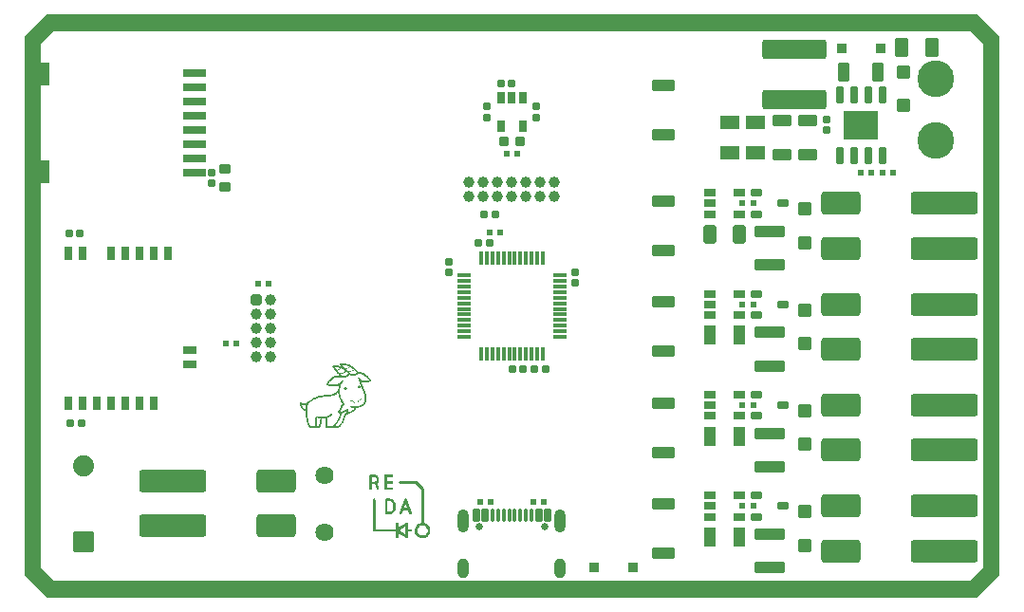
<source format=gts>
G04*
G04 #@! TF.GenerationSoftware,Altium Limited,Altium Designer,22.4.2 (48)*
G04*
G04 Layer_Color=8388736*
%FSLAX44Y44*%
%MOMM*%
G71*
G04*
G04 #@! TF.SameCoordinates,5AEF41FB-E79F-4A44-A991-0DBAD6E3AD50*
G04*
G04*
G04 #@! TF.FilePolarity,Negative*
G04*
G01*
G75*
%ADD16R,3.1000X2.6000*%
G04:AMPARAMS|DCode=17|XSize=1.1938mm|YSize=0.3048mm|CornerRadius=0.0381mm|HoleSize=0mm|Usage=FLASHONLY|Rotation=270.000|XOffset=0mm|YOffset=0mm|HoleType=Round|Shape=RoundedRectangle|*
%AMROUNDEDRECTD17*
21,1,1.1938,0.2286,0,0,270.0*
21,1,1.1176,0.3048,0,0,270.0*
1,1,0.0762,-0.1143,-0.5588*
1,1,0.0762,-0.1143,0.5588*
1,1,0.0762,0.1143,0.5588*
1,1,0.0762,0.1143,-0.5588*
%
%ADD17ROUNDEDRECTD17*%
%ADD18R,1.0000X2.1500*%
%ADD19R,2.0000X0.8000*%
G04:AMPARAMS|DCode=20|XSize=0.64mm|YSize=0.6mm|CornerRadius=0.075mm|HoleSize=0mm|Usage=FLASHONLY|Rotation=180.000|XOffset=0mm|YOffset=0mm|HoleType=Round|Shape=RoundedRectangle|*
%AMROUNDEDRECTD20*
21,1,0.6400,0.4500,0,0,180.0*
21,1,0.4900,0.6000,0,0,180.0*
1,1,0.1500,-0.2450,0.2250*
1,1,0.1500,0.2450,0.2250*
1,1,0.1500,0.2450,-0.2250*
1,1,0.1500,-0.2450,-0.2250*
%
%ADD20ROUNDEDRECTD20*%
G04:AMPARAMS|DCode=21|XSize=0.95mm|YSize=0.8mm|CornerRadius=0.1mm|HoleSize=0mm|Usage=FLASHONLY|Rotation=0.000|XOffset=0mm|YOffset=0mm|HoleType=Round|Shape=RoundedRectangle|*
%AMROUNDEDRECTD21*
21,1,0.9500,0.6000,0,0,0.0*
21,1,0.7500,0.8000,0,0,0.0*
1,1,0.2000,0.3750,-0.3000*
1,1,0.2000,-0.3750,-0.3000*
1,1,0.2000,-0.3750,0.3000*
1,1,0.2000,0.3750,0.3000*
%
%ADD21ROUNDEDRECTD21*%
G04:AMPARAMS|DCode=22|XSize=0.64mm|YSize=0.6mm|CornerRadius=0.075mm|HoleSize=0mm|Usage=FLASHONLY|Rotation=90.000|XOffset=0mm|YOffset=0mm|HoleType=Round|Shape=RoundedRectangle|*
%AMROUNDEDRECTD22*
21,1,0.6400,0.4500,0,0,90.0*
21,1,0.4900,0.6000,0,0,90.0*
1,1,0.1500,0.2250,0.2450*
1,1,0.1500,0.2250,-0.2450*
1,1,0.1500,-0.2250,-0.2450*
1,1,0.1500,-0.2250,0.2450*
%
%ADD22ROUNDEDRECTD22*%
G04:AMPARAMS|DCode=23|XSize=0.55mm|YSize=0.5mm|CornerRadius=0.0625mm|HoleSize=0mm|Usage=FLASHONLY|Rotation=270.000|XOffset=0mm|YOffset=0mm|HoleType=Round|Shape=RoundedRectangle|*
%AMROUNDEDRECTD23*
21,1,0.5500,0.3750,0,0,270.0*
21,1,0.4250,0.5000,0,0,270.0*
1,1,0.1250,-0.1875,-0.2125*
1,1,0.1250,-0.1875,0.2125*
1,1,0.1250,0.1875,0.2125*
1,1,0.1250,0.1875,-0.2125*
%
%ADD23ROUNDEDRECTD23*%
G04:AMPARAMS|DCode=24|XSize=1.05mm|YSize=2mm|CornerRadius=0.1313mm|HoleSize=0mm|Usage=FLASHONLY|Rotation=270.000|XOffset=0mm|YOffset=0mm|HoleType=Round|Shape=RoundedRectangle|*
%AMROUNDEDRECTD24*
21,1,1.0500,1.7375,0,0,270.0*
21,1,0.7875,2.0000,0,0,270.0*
1,1,0.2625,-0.8688,-0.3938*
1,1,0.2625,-0.8688,0.3938*
1,1,0.2625,0.8688,0.3938*
1,1,0.2625,0.8688,-0.3938*
%
%ADD24ROUNDEDRECTD24*%
G04:AMPARAMS|DCode=25|XSize=0.9mm|YSize=0.9mm|CornerRadius=0.1125mm|HoleSize=0mm|Usage=FLASHONLY|Rotation=0.000|XOffset=0mm|YOffset=0mm|HoleType=Round|Shape=RoundedRectangle|*
%AMROUNDEDRECTD25*
21,1,0.9000,0.6750,0,0,0.0*
21,1,0.6750,0.9000,0,0,0.0*
1,1,0.2250,0.3375,-0.3375*
1,1,0.2250,-0.3375,-0.3375*
1,1,0.2250,-0.3375,0.3375*
1,1,0.2250,0.3375,0.3375*
%
%ADD25ROUNDEDRECTD25*%
G04:AMPARAMS|DCode=26|XSize=1.55mm|YSize=0.6mm|CornerRadius=0.075mm|HoleSize=0mm|Usage=FLASHONLY|Rotation=90.000|XOffset=0mm|YOffset=0mm|HoleType=Round|Shape=RoundedRectangle|*
%AMROUNDEDRECTD26*
21,1,1.5500,0.4500,0,0,90.0*
21,1,1.4000,0.6000,0,0,90.0*
1,1,0.1500,0.2250,0.7000*
1,1,0.1500,0.2250,-0.7000*
1,1,0.1500,-0.2250,-0.7000*
1,1,0.1500,-0.2250,0.7000*
%
%ADD26ROUNDEDRECTD26*%
G04:AMPARAMS|DCode=27|XSize=1.2075mm|YSize=1.6621mm|CornerRadius=0.1509mm|HoleSize=0mm|Usage=FLASHONLY|Rotation=0.000|XOffset=0mm|YOffset=0mm|HoleType=Round|Shape=RoundedRectangle|*
%AMROUNDEDRECTD27*
21,1,1.2075,1.3603,0,0,0.0*
21,1,0.9056,1.6621,0,0,0.0*
1,1,0.3019,0.4528,-0.6801*
1,1,0.3019,-0.4528,-0.6801*
1,1,0.3019,-0.4528,0.6801*
1,1,0.3019,0.4528,0.6801*
%
%ADD27ROUNDEDRECTD27*%
G04:AMPARAMS|DCode=28|XSize=1.75mm|YSize=1mm|CornerRadius=0.125mm|HoleSize=0mm|Usage=FLASHONLY|Rotation=0.000|XOffset=0mm|YOffset=0mm|HoleType=Round|Shape=RoundedRectangle|*
%AMROUNDEDRECTD28*
21,1,1.7500,0.7500,0,0,0.0*
21,1,1.5000,1.0000,0,0,0.0*
1,1,0.2500,0.7500,-0.3750*
1,1,0.2500,-0.7500,-0.3750*
1,1,0.2500,-0.7500,0.3750*
1,1,0.2500,0.7500,0.3750*
%
%ADD28ROUNDEDRECTD28*%
G04:AMPARAMS|DCode=29|XSize=5.7mm|YSize=1.7mm|CornerRadius=0.2125mm|HoleSize=0mm|Usage=FLASHONLY|Rotation=0.000|XOffset=0mm|YOffset=0mm|HoleType=Round|Shape=RoundedRectangle|*
%AMROUNDEDRECTD29*
21,1,5.7000,1.2750,0,0,0.0*
21,1,5.2750,1.7000,0,0,0.0*
1,1,0.4250,2.6375,-0.6375*
1,1,0.4250,-2.6375,-0.6375*
1,1,0.4250,-2.6375,0.6375*
1,1,0.4250,2.6375,0.6375*
%
%ADD29ROUNDEDRECTD29*%
G04:AMPARAMS|DCode=30|XSize=1.75mm|YSize=1mm|CornerRadius=0.125mm|HoleSize=0mm|Usage=FLASHONLY|Rotation=270.000|XOffset=0mm|YOffset=0mm|HoleType=Round|Shape=RoundedRectangle|*
%AMROUNDEDRECTD30*
21,1,1.7500,0.7500,0,0,270.0*
21,1,1.5000,1.0000,0,0,270.0*
1,1,0.2500,-0.3750,-0.7500*
1,1,0.2500,-0.3750,0.7500*
1,1,0.2500,0.3750,0.7500*
1,1,0.2500,0.3750,-0.7500*
%
%ADD30ROUNDEDRECTD30*%
G04:AMPARAMS|DCode=31|XSize=1.2mm|YSize=1.2mm|CornerRadius=0.15mm|HoleSize=0mm|Usage=FLASHONLY|Rotation=90.000|XOffset=0mm|YOffset=0mm|HoleType=Round|Shape=RoundedRectangle|*
%AMROUNDEDRECTD31*
21,1,1.2000,0.9000,0,0,90.0*
21,1,0.9000,1.2000,0,0,90.0*
1,1,0.3000,0.4500,0.4500*
1,1,0.3000,0.4500,-0.4500*
1,1,0.3000,-0.4500,-0.4500*
1,1,0.3000,-0.4500,0.4500*
%
%ADD31ROUNDEDRECTD31*%
G04:AMPARAMS|DCode=32|XSize=1.1mm|YSize=0.6mm|CornerRadius=0.051mm|HoleSize=0mm|Usage=FLASHONLY|Rotation=270.000|XOffset=0mm|YOffset=0mm|HoleType=Round|Shape=RoundedRectangle|*
%AMROUNDEDRECTD32*
21,1,1.1000,0.4980,0,0,270.0*
21,1,0.9980,0.6000,0,0,270.0*
1,1,0.1020,-0.2490,-0.4990*
1,1,0.1020,-0.2490,0.4990*
1,1,0.1020,0.2490,0.4990*
1,1,0.1020,0.2490,-0.4990*
%
%ADD32ROUNDEDRECTD32*%
G04:AMPARAMS|DCode=33|XSize=1.1mm|YSize=0.6mm|CornerRadius=0.051mm|HoleSize=0mm|Usage=FLASHONLY|Rotation=0.000|XOffset=0mm|YOffset=0mm|HoleType=Round|Shape=RoundedRectangle|*
%AMROUNDEDRECTD33*
21,1,1.1000,0.4980,0,0,0.0*
21,1,0.9980,0.6000,0,0,0.0*
1,1,0.1020,0.4990,-0.2490*
1,1,0.1020,-0.4990,-0.2490*
1,1,0.1020,-0.4990,0.2490*
1,1,0.1020,0.4990,0.2490*
%
%ADD33ROUNDEDRECTD33*%
G04:AMPARAMS|DCode=34|XSize=0.8mm|YSize=0.8mm|CornerRadius=0.1mm|HoleSize=0mm|Usage=FLASHONLY|Rotation=90.000|XOffset=0mm|YOffset=0mm|HoleType=Round|Shape=RoundedRectangle|*
%AMROUNDEDRECTD34*
21,1,0.8000,0.6000,0,0,90.0*
21,1,0.6000,0.8000,0,0,90.0*
1,1,0.2000,0.3000,0.3000*
1,1,0.2000,0.3000,-0.3000*
1,1,0.2000,-0.3000,-0.3000*
1,1,0.2000,-0.3000,0.3000*
%
%ADD34ROUNDEDRECTD34*%
%ADD35R,1.1146X1.6862*%
G04:AMPARAMS|DCode=36|XSize=0.6mm|YSize=1mm|CornerRadius=0.075mm|HoleSize=0mm|Usage=FLASHONLY|Rotation=90.000|XOffset=0mm|YOffset=0mm|HoleType=Round|Shape=RoundedRectangle|*
%AMROUNDEDRECTD36*
21,1,0.6000,0.8500,0,0,90.0*
21,1,0.4500,1.0000,0,0,90.0*
1,1,0.1500,0.4250,0.2250*
1,1,0.1500,0.4250,-0.2250*
1,1,0.1500,-0.4250,-0.2250*
1,1,0.1500,-0.4250,0.2250*
%
%ADD36ROUNDEDRECTD36*%
G04:AMPARAMS|DCode=37|XSize=2.65mm|YSize=1.05mm|CornerRadius=0.1313mm|HoleSize=0mm|Usage=FLASHONLY|Rotation=180.000|XOffset=0mm|YOffset=0mm|HoleType=Round|Shape=RoundedRectangle|*
%AMROUNDEDRECTD37*
21,1,2.6500,0.7875,0,0,180.0*
21,1,2.3875,1.0500,0,0,180.0*
1,1,0.2625,-1.1938,0.3938*
1,1,0.2625,1.1938,0.3938*
1,1,0.2625,1.1938,-0.3938*
1,1,0.2625,-1.1938,-0.3938*
%
%ADD37ROUNDEDRECTD37*%
G04:AMPARAMS|DCode=38|XSize=1.1938mm|YSize=0.3048mm|CornerRadius=0.0381mm|HoleSize=0mm|Usage=FLASHONLY|Rotation=180.000|XOffset=0mm|YOffset=0mm|HoleType=Round|Shape=RoundedRectangle|*
%AMROUNDEDRECTD38*
21,1,1.1938,0.2286,0,0,180.0*
21,1,1.1176,0.3048,0,0,180.0*
1,1,0.0762,-0.5588,0.1143*
1,1,0.0762,0.5588,0.1143*
1,1,0.0762,0.5588,-0.1143*
1,1,0.0762,-0.5588,-0.1143*
%
%ADD38ROUNDEDRECTD38*%
G04:AMPARAMS|DCode=39|XSize=0.6mm|YSize=1.14mm|CornerRadius=0.075mm|HoleSize=0mm|Usage=FLASHONLY|Rotation=0.000|XOffset=0mm|YOffset=0mm|HoleType=Round|Shape=RoundedRectangle|*
%AMROUNDEDRECTD39*
21,1,0.6000,0.9900,0,0,0.0*
21,1,0.4500,1.1400,0,0,0.0*
1,1,0.1500,0.2250,-0.4950*
1,1,0.1500,-0.2250,-0.4950*
1,1,0.1500,-0.2250,0.4950*
1,1,0.1500,0.2250,0.4950*
%
%ADD39ROUNDEDRECTD39*%
G04:AMPARAMS|DCode=40|XSize=0.3mm|YSize=1.14mm|CornerRadius=0.0375mm|HoleSize=0mm|Usage=FLASHONLY|Rotation=0.000|XOffset=0mm|YOffset=0mm|HoleType=Round|Shape=RoundedRectangle|*
%AMROUNDEDRECTD40*
21,1,0.3000,1.0650,0,0,0.0*
21,1,0.2250,1.1400,0,0,0.0*
1,1,0.0750,0.1125,-0.5325*
1,1,0.0750,-0.1125,-0.5325*
1,1,0.0750,-0.1125,0.5325*
1,1,0.0750,0.1125,0.5325*
%
%ADD40ROUNDEDRECTD40*%
%ADD41R,0.7620X1.2954*%
%ADD42R,1.2954X0.7620*%
G04:AMPARAMS|DCode=43|XSize=1.1146mm|YSize=1.6862mm|CornerRadius=0.1393mm|HoleSize=0mm|Usage=FLASHONLY|Rotation=0.000|XOffset=0mm|YOffset=0mm|HoleType=Round|Shape=RoundedRectangle|*
%AMROUNDEDRECTD43*
21,1,1.1146,1.4075,0,0,0.0*
21,1,0.8360,1.6862,0,0,0.0*
1,1,0.2787,0.4180,-0.7038*
1,1,0.2787,-0.4180,-0.7038*
1,1,0.2787,-0.4180,0.7038*
1,1,0.2787,0.4180,0.7038*
%
%ADD43ROUNDEDRECTD43*%
%ADD44R,1.6621X1.2075*%
G04:AMPARAMS|DCode=45|XSize=3.5mm|YSize=2mm|CornerRadius=0.25mm|HoleSize=0mm|Usage=FLASHONLY|Rotation=180.000|XOffset=0mm|YOffset=0mm|HoleType=Round|Shape=RoundedRectangle|*
%AMROUNDEDRECTD45*
21,1,3.5000,1.5000,0,0,180.0*
21,1,3.0000,2.0000,0,0,180.0*
1,1,0.5000,-1.5000,0.7500*
1,1,0.5000,1.5000,0.7500*
1,1,0.5000,1.5000,-0.7500*
1,1,0.5000,-1.5000,-0.7500*
%
%ADD45ROUNDEDRECTD45*%
G04:AMPARAMS|DCode=46|XSize=6mm|YSize=2mm|CornerRadius=0.25mm|HoleSize=0mm|Usage=FLASHONLY|Rotation=180.000|XOffset=0mm|YOffset=0mm|HoleType=Round|Shape=RoundedRectangle|*
%AMROUNDEDRECTD46*
21,1,6.0000,1.5000,0,0,180.0*
21,1,5.5000,2.0000,0,0,180.0*
1,1,0.5000,-2.7500,0.7500*
1,1,0.5000,2.7500,0.7500*
1,1,0.5000,2.7500,-0.7500*
1,1,0.5000,-2.7500,-0.7500*
%
%ADD46ROUNDEDRECTD46*%
%ADD47O,1.0000X1.8000*%
%ADD48O,1.0000X2.1000*%
%ADD49C,1.6256*%
%ADD50C,0.6500*%
%ADD51C,1.0000*%
G04:AMPARAMS|DCode=52|XSize=1mm|YSize=1mm|CornerRadius=0.25mm|HoleSize=0mm|Usage=FLASHONLY|Rotation=270.000|XOffset=0mm|YOffset=0mm|HoleType=Round|Shape=RoundedRectangle|*
%AMROUNDEDRECTD52*
21,1,1.0000,0.5000,0,0,270.0*
21,1,0.5000,1.0000,0,0,270.0*
1,1,0.5000,-0.2500,-0.2500*
1,1,0.5000,-0.2500,0.2500*
1,1,0.5000,0.2500,0.2500*
1,1,0.5000,0.2500,-0.2500*
%
%ADD52ROUNDEDRECTD52*%
%ADD53C,3.2700*%
G04:AMPARAMS|DCode=54|XSize=1.881mm|YSize=1.881mm|CornerRadius=0.2351mm|HoleSize=0mm|Usage=FLASHONLY|Rotation=0.000|XOffset=0mm|YOffset=0mm|HoleType=Round|Shape=RoundedRectangle|*
%AMROUNDEDRECTD54*
21,1,1.8810,1.4108,0,0,0.0*
21,1,1.4108,1.8810,0,0,0.0*
1,1,0.4703,0.7054,-0.7054*
1,1,0.4703,-0.7054,-0.7054*
1,1,0.4703,-0.7054,0.7054*
1,1,0.4703,0.7054,0.7054*
%
%ADD54ROUNDEDRECTD54*%
%ADD55C,1.8810*%
G36*
X415000Y260000D02*
X435000Y240000D01*
X435000D01*
Y-240000D01*
X435000D01*
X435000Y-240000D01*
X415000Y-260000D01*
Y-260000D01*
X-415000D01*
X-415000Y-260000D01*
X-435000Y-240000D01*
X-435000Y-240000D01*
Y240000D01*
X-415000Y260000D01*
X-415000Y260000D01*
Y260000D01*
X415000D01*
Y260000D01*
D02*
G37*
%LPC*%
G36*
X408787Y245000D02*
X-408787D01*
X-420000Y233787D01*
Y-233787D01*
X-408787Y-245000D01*
X408787D01*
X420000Y-233787D01*
Y233787D01*
X408787Y245000D01*
D02*
G37*
%LPD*%
G36*
X-112865Y-150275D02*
X-112844D01*
X-112824Y-150275D01*
X-112804Y-150275D01*
X-112783Y-150276D01*
X-112763Y-150276D01*
X-112760Y-150276D01*
X-112755Y-150277D01*
X-112750Y-150277D01*
X-112745Y-150277D01*
X-112743Y-150277D01*
X-112743Y-150277D01*
X-112740Y-150278D01*
X-112735Y-150278D01*
X-112730Y-150278D01*
X-112725Y-150279D01*
X-112723Y-150279D01*
X-112723D01*
X-112720Y-150279D01*
X-112715Y-150279D01*
X-112710Y-150280D01*
X-112705Y-150280D01*
X-112702Y-150281D01*
X-112697Y-150281D01*
X-112687Y-150282D01*
X-112677Y-150284D01*
X-112667Y-150285D01*
X-112662Y-150286D01*
X-112662Y-150286D01*
Y-150286D01*
X-107108D01*
X-106967Y-150280D01*
X-106689Y-150342D01*
X-106437Y-150473D01*
X-106227Y-150665D01*
X-106150Y-150784D01*
X-106150D01*
X-106105Y-150857D01*
X-106036Y-151013D01*
X-105990Y-151178D01*
X-105967Y-151348D01*
X-105968Y-151433D01*
X-105958Y-151663D01*
X-106125Y-152093D01*
X-106450Y-152420D01*
X-106878Y-152590D01*
X-107108Y-152582D01*
X-111699D01*
Y-156025D01*
X-107108Y-156025D01*
X-106964Y-156015D01*
X-106680Y-156072D01*
X-106421Y-156200D01*
X-106205Y-156392D01*
X-106125Y-156513D01*
Y-156513D01*
X-106056Y-156625D01*
X-105968Y-156871D01*
X-105931Y-157130D01*
X-105949Y-157392D01*
X-105985Y-157518D01*
X-105985Y-157518D01*
X-106007Y-157602D01*
X-106078Y-157761D01*
X-106174Y-157907D01*
X-106291Y-158037D01*
X-106359Y-158091D01*
X-106439Y-158152D01*
X-106618Y-158242D01*
X-106810Y-158301D01*
X-107008Y-158326D01*
X-107108Y-158320D01*
X-107108Y-158320D01*
X-111699D01*
Y-161764D01*
X-107109D01*
X-107109Y-161764D01*
X-106966Y-161757D01*
X-106687Y-161818D01*
X-106433Y-161948D01*
X-106222Y-162140D01*
X-106144Y-162260D01*
X-106144Y-162260D01*
X-106077Y-162370D01*
X-105990Y-162613D01*
X-105954Y-162869D01*
X-105972Y-163127D01*
X-106007Y-163251D01*
Y-163251D01*
X-106029Y-163335D01*
X-106098Y-163493D01*
X-106192Y-163638D01*
X-106307Y-163766D01*
X-106374Y-163821D01*
X-106374Y-163821D01*
X-106452Y-163881D01*
X-106627Y-163973D01*
X-106814Y-164035D01*
X-107010Y-164063D01*
X-107109Y-164060D01*
X-107109Y-164060D01*
X-112847D01*
X-112860Y-164060D01*
X-112867Y-164059D01*
X-112880Y-164059D01*
X-112893Y-164058D01*
X-112906Y-164058D01*
X-112913Y-164057D01*
X-112913D01*
X-112920Y-164057D01*
X-112934Y-164056D01*
X-112947Y-164055D01*
X-112961Y-164054D01*
X-112968Y-164053D01*
X-112968Y-164053D01*
X-112969Y-164053D01*
X-112970Y-164053D01*
X-112971Y-164053D01*
X-112973Y-164053D01*
X-112974Y-164052D01*
X-112974Y-164052D01*
X-112976Y-164052D01*
X-112977Y-164052D01*
X-112979Y-164052D01*
X-112979Y-164051D01*
Y-164051D01*
X-112985Y-164051D01*
X-112991Y-164050D01*
X-112997Y-164049D01*
X-113003Y-164049D01*
X-113008Y-164048D01*
X-113014Y-164048D01*
X-113015Y-164048D01*
X-113018Y-164047D01*
X-113021Y-164047D01*
X-113024Y-164046D01*
X-113026Y-164046D01*
D01*
X-113026D01*
X-113026D01*
Y-164046D01*
X-113031Y-164045D01*
X-113037Y-164044D01*
X-113043Y-164043D01*
X-113049Y-164042D01*
X-113061Y-164040D01*
X-113066Y-164039D01*
X-113072Y-164037D01*
X-113084Y-164035D01*
X-113089Y-164034D01*
X-113094Y-164033D01*
X-113100Y-164032D01*
X-113105Y-164031D01*
X-113111Y-164030D01*
X-113116Y-164029D01*
X-113121Y-164028D01*
X-113126Y-164027D01*
X-113137Y-164024D01*
X-113138Y-164024D01*
X-113139Y-164023D01*
X-113141Y-164022D01*
X-113142Y-164022D01*
X-113143Y-164021D01*
X-113143Y-164021D01*
X-113144Y-164021D01*
X-113145Y-164020D01*
X-113147Y-164020D01*
X-113148Y-164019D01*
X-113149Y-164019D01*
X-113149Y-164019D01*
X-113149Y-164018D01*
X-113151Y-164018D01*
X-113152Y-164017D01*
X-113154Y-164017D01*
X-113154Y-164016D01*
X-113155Y-164016D01*
X-113157Y-164016D01*
X-113158Y-164015D01*
X-113160Y-164014D01*
X-113160Y-164014D01*
X-113161Y-164014D01*
X-113162Y-164013D01*
X-113164Y-164013D01*
X-113165Y-164012D01*
X-113166Y-164012D01*
X-113166D01*
X-113172Y-164010D01*
X-113178Y-164009D01*
X-113183Y-164007D01*
X-113185Y-164006D01*
X-113188Y-164005D01*
X-113190Y-164004D01*
X-113193Y-164003D01*
X-113195Y-164003D01*
X-113195D01*
X-113195Y-164002D01*
X-113197Y-164002D01*
X-113198Y-164001D01*
X-113199Y-164000D01*
X-113200Y-164000D01*
X-113200D01*
X-113201Y-163999D01*
X-113202Y-163999D01*
X-113203Y-163998D01*
X-113205Y-163997D01*
X-113205Y-163997D01*
X-113206Y-163997D01*
X-113207Y-163996D01*
X-113209Y-163995D01*
X-113210Y-163995D01*
X-113210Y-163995D01*
X-113210D01*
X-113211Y-163994D01*
X-113212Y-163994D01*
X-113214Y-163993D01*
X-113215Y-163993D01*
X-113216Y-163993D01*
X-113216Y-163992D01*
X-113216Y-163992D01*
X-113218Y-163992D01*
X-113219Y-163991D01*
X-113220Y-163991D01*
X-113221Y-163990D01*
X-113221D01*
X-113226Y-163989D01*
X-113231Y-163987D01*
X-113236Y-163985D01*
X-113238Y-163985D01*
X-113240Y-163983D01*
X-113243Y-163983D01*
X-113245Y-163981D01*
X-113247Y-163981D01*
X-113247Y-163981D01*
X-113247Y-163981D01*
X-113249Y-163980D01*
X-113250Y-163979D01*
X-113251Y-163978D01*
X-113252Y-163978D01*
Y-163978D01*
X-113253Y-163978D01*
X-113254Y-163977D01*
X-113256Y-163976D01*
X-113257Y-163976D01*
X-113258Y-163975D01*
X-113258Y-163975D01*
X-113260Y-163974D01*
X-113261Y-163974D01*
X-113263Y-163973D01*
X-113263Y-163973D01*
X-113263Y-163973D01*
X-113264Y-163973D01*
X-113265Y-163972D01*
X-113267Y-163972D01*
X-113268Y-163971D01*
X-113269Y-163971D01*
X-113269Y-163971D01*
X-113269Y-163971D01*
X-113269D01*
X-113269Y-163971D01*
X-113269Y-163971D01*
X-113271Y-163970D01*
X-113272Y-163969D01*
X-113273Y-163969D01*
X-113274Y-163969D01*
X-113274Y-163969D01*
X-113279Y-163967D01*
X-113285Y-163965D01*
X-113290Y-163963D01*
X-113292Y-163963D01*
X-113294Y-163962D01*
X-113297Y-163961D01*
X-113300Y-163960D01*
X-113301Y-163959D01*
X-113301D01*
Y-163959D01*
X-113302Y-163959D01*
X-113303Y-163958D01*
X-113304Y-163957D01*
X-113306Y-163957D01*
X-113306Y-163956D01*
X-113307Y-163956D01*
X-113308Y-163955D01*
X-113309Y-163955D01*
X-113311Y-163954D01*
X-113312Y-163953D01*
X-113312Y-163953D01*
X-113312Y-163953D01*
X-113313Y-163953D01*
X-113315Y-163952D01*
X-113316Y-163951D01*
X-113317Y-163951D01*
X-113317Y-163951D01*
X-113319Y-163950D01*
X-113320Y-163950D01*
X-113321Y-163949D01*
X-113322Y-163949D01*
Y-163949D01*
X-113322Y-163949D01*
X-113324Y-163948D01*
X-113325Y-163948D01*
X-113326Y-163947D01*
X-113327Y-163947D01*
X-113332Y-163945D01*
X-113337Y-163943D01*
X-113342Y-163941D01*
X-113344Y-163941D01*
X-113346Y-163940D01*
X-113349Y-163939D01*
X-113351Y-163938D01*
X-113353Y-163937D01*
X-113353Y-163937D01*
X-113355Y-163936D01*
X-113356Y-163936D01*
X-113357Y-163935D01*
X-113358Y-163934D01*
X-113358Y-163934D01*
X-113358Y-163934D01*
X-113359Y-163933D01*
X-113361Y-163933D01*
X-113362Y-163932D01*
X-113363Y-163932D01*
X-113363Y-163932D01*
X-113364Y-163931D01*
X-113366Y-163930D01*
X-113367Y-163930D01*
X-113368Y-163929D01*
X-113368Y-163929D01*
X-113370Y-163929D01*
X-113371Y-163928D01*
X-113372Y-163927D01*
X-113373Y-163927D01*
X-113373Y-163927D01*
X-113375Y-163927D01*
X-113376Y-163926D01*
X-113377Y-163926D01*
X-113378Y-163925D01*
X-113378Y-163925D01*
X-113383Y-163923D01*
X-113388Y-163922D01*
X-113393Y-163920D01*
X-113394Y-163919D01*
X-113396Y-163918D01*
X-113399Y-163917D01*
X-113401Y-163916D01*
X-113403Y-163916D01*
X-113409Y-163912D01*
X-113422Y-163904D01*
X-113434Y-163895D01*
X-113447Y-163887D01*
X-113453Y-163883D01*
X-113453Y-163883D01*
X-113468Y-163873D01*
X-113482Y-163864D01*
X-113500Y-163851D01*
X-113514Y-163841D01*
X-113528Y-163831D01*
X-113547Y-163818D01*
X-113560Y-163808D01*
X-113574Y-163799D01*
X-113592Y-163785D01*
X-113605Y-163776D01*
X-113617Y-163766D01*
X-113634Y-163753D01*
X-113635Y-163752D01*
X-113636Y-163752D01*
X-113637Y-163751D01*
X-113638Y-163750D01*
X-113639Y-163749D01*
X-113639Y-163749D01*
X-113639Y-163749D01*
X-113640Y-163748D01*
X-113641Y-163747D01*
X-113642Y-163746D01*
X-113643Y-163745D01*
X-113643D01*
X-113643Y-163745D01*
X-113645Y-163744D01*
X-113646Y-163743D01*
X-113647Y-163741D01*
X-113647Y-163741D01*
X-113648Y-163740D01*
X-113649Y-163739D01*
X-113650Y-163738D01*
X-113651Y-163737D01*
X-113651Y-163736D01*
X-113651Y-163736D01*
X-113656Y-163731D01*
X-113660Y-163726D01*
X-113660Y-163726D01*
X-113661Y-163724D01*
X-113662Y-163723D01*
X-113663Y-163722D01*
X-113664Y-163722D01*
X-113664D01*
X-113664Y-163721D01*
X-113665Y-163720D01*
X-113666Y-163719D01*
X-113667Y-163718D01*
X-113668Y-163717D01*
Y-163717D01*
X-113669Y-163716D01*
X-113671Y-163714D01*
X-113673Y-163712D01*
X-113675Y-163710D01*
X-113676Y-163709D01*
X-113677Y-163709D01*
X-113678Y-163708D01*
X-113679Y-163707D01*
X-113680Y-163706D01*
X-113680Y-163706D01*
X-113680Y-163706D01*
X-113680Y-163705D01*
X-113681Y-163704D01*
X-113682Y-163703D01*
X-113683Y-163702D01*
X-113684Y-163702D01*
Y-163702D01*
X-113684Y-163701D01*
X-113685Y-163700D01*
X-113686Y-163699D01*
X-113687Y-163698D01*
X-113687Y-163697D01*
X-113687Y-163697D01*
X-113688Y-163697D01*
X-113689Y-163696D01*
X-113690Y-163694D01*
X-113691Y-163693D01*
X-113691Y-163693D01*
X-113691D01*
X-113695Y-163688D01*
X-113699Y-163683D01*
X-113702Y-163678D01*
X-113703Y-163678D01*
X-113704Y-163676D01*
X-113704Y-163675D01*
X-113705Y-163674D01*
X-113706Y-163674D01*
X-113706Y-163674D01*
X-113707Y-163673D01*
X-113708Y-163671D01*
X-113710Y-163669D01*
X-113712Y-163667D01*
X-113713Y-163666D01*
X-113713D01*
X-113714Y-163666D01*
X-113715Y-163665D01*
X-113715Y-163664D01*
X-113716Y-163663D01*
X-113717Y-163662D01*
X-113717Y-163662D01*
X-113718Y-163661D01*
X-113719Y-163660D01*
X-113720Y-163659D01*
X-113721Y-163658D01*
X-113721D01*
X-113721Y-163658D01*
X-113722Y-163657D01*
X-113723Y-163656D01*
X-113724Y-163654D01*
X-113725Y-163654D01*
Y-163654D01*
X-113725Y-163653D01*
X-113726Y-163652D01*
X-113727Y-163651D01*
X-113728Y-163650D01*
X-113729Y-163649D01*
X-113732Y-163644D01*
X-113736Y-163639D01*
X-113740Y-163635D01*
X-113740Y-163634D01*
X-113741Y-163633D01*
X-113742Y-163632D01*
X-113743Y-163631D01*
X-113743Y-163630D01*
X-113744D01*
X-113743Y-163630D01*
X-113744Y-163629D01*
X-113746Y-163627D01*
X-113748Y-163625D01*
X-113750Y-163623D01*
X-113751Y-163622D01*
X-113751Y-163622D01*
X-113752Y-163621D01*
X-113753Y-163620D01*
X-113754Y-163619D01*
X-113754Y-163619D01*
X-113755Y-163619D01*
X-113756Y-163617D01*
X-113757Y-163617D01*
X-113757Y-163615D01*
X-113758Y-163615D01*
X-113758Y-163614D01*
X-113759Y-163613D01*
X-113760Y-163612D01*
X-113761Y-163611D01*
X-113761Y-163610D01*
X-113761Y-163610D01*
X-113762Y-163610D01*
X-113762Y-163609D01*
X-113763Y-163608D01*
X-113764Y-163606D01*
X-113764Y-163606D01*
Y-163606D01*
X-113768Y-163601D01*
X-113771Y-163596D01*
X-113774Y-163591D01*
X-113775Y-163591D01*
X-113776Y-163589D01*
X-113777Y-163588D01*
X-113777Y-163587D01*
X-113778Y-163587D01*
X-113778Y-163586D01*
X-113780Y-163584D01*
X-113782Y-163582D01*
X-113783Y-163580D01*
X-113784Y-163579D01*
X-113784Y-163579D01*
X-113785Y-163578D01*
X-113785Y-163577D01*
X-113786Y-163575D01*
X-113787Y-163574D01*
X-113788Y-163573D01*
Y-163573D01*
X-113788Y-163573D01*
X-113788Y-163572D01*
X-113789Y-163571D01*
X-113790Y-163569D01*
X-113791Y-163568D01*
X-113791Y-163567D01*
X-113791Y-163567D01*
X-113791Y-163567D01*
X-113791Y-163566D01*
X-113792Y-163565D01*
X-113793Y-163564D01*
X-113794Y-163563D01*
X-113794Y-163562D01*
X-113794D01*
X-113798Y-163557D01*
X-113801Y-163552D01*
X-113804Y-163547D01*
X-113805Y-163546D01*
X-113805Y-163545D01*
X-113806Y-163544D01*
X-113807Y-163543D01*
X-113807Y-163542D01*
Y-163542D01*
X-113809Y-163540D01*
X-113811Y-163536D01*
X-113814Y-163531D01*
X-113816Y-163527D01*
X-113817Y-163525D01*
X-113817D01*
X-113817D01*
D01*
X-113817Y-163525D01*
X-113817Y-163524D01*
X-113818Y-163524D01*
X-113819Y-163523D01*
X-113820Y-163522D01*
X-113820Y-163521D01*
Y-163521D01*
X-113820Y-163521D01*
X-113821Y-163520D01*
X-113822Y-163519D01*
X-113822Y-163518D01*
X-113823Y-163517D01*
Y-163517D01*
X-113823D01*
X-113823Y-163517D01*
X-113824Y-163515D01*
X-113825Y-163514D01*
X-113825Y-163513D01*
X-113826Y-163513D01*
Y-163513D01*
X-113826Y-163512D01*
X-113827Y-163511D01*
X-113827Y-163510D01*
X-113828Y-163509D01*
X-113829Y-163508D01*
Y-163508D01*
X-113831Y-163503D01*
X-113834Y-163498D01*
X-113837Y-163493D01*
X-113837Y-163493D01*
X-113838Y-163492D01*
X-113839Y-163491D01*
X-113840Y-163490D01*
X-113840Y-163489D01*
X-113841Y-163488D01*
X-113842Y-163486D01*
X-113843Y-163484D01*
X-113845Y-163482D01*
X-113846Y-163481D01*
Y-163481D01*
X-113846Y-163481D01*
X-113847Y-163479D01*
X-113847Y-163477D01*
X-113848Y-163476D01*
X-113848Y-163475D01*
X-113848Y-163475D01*
X-113849Y-163475D01*
X-113849Y-163473D01*
X-113850Y-163472D01*
X-113851Y-163470D01*
X-113851Y-163470D01*
X-113852Y-163469D01*
X-113852Y-163468D01*
X-113853Y-163466D01*
X-113854Y-163465D01*
X-113854Y-163464D01*
X-113854Y-163464D01*
X-113857Y-163459D01*
X-113860Y-163454D01*
X-113862Y-163449D01*
X-113863Y-163449D01*
X-113863Y-163447D01*
X-113864Y-163446D01*
X-113865Y-163445D01*
X-113865Y-163444D01*
X-113866Y-163442D01*
X-113868Y-163438D01*
X-113870Y-163434D01*
X-113872Y-163429D01*
X-113873Y-163427D01*
Y-163427D01*
X-113873Y-163426D01*
X-113874Y-163425D01*
X-113875Y-163423D01*
X-113875Y-163422D01*
X-113876Y-163421D01*
Y-163421D01*
X-113876Y-163420D01*
X-113876Y-163419D01*
X-113877Y-163417D01*
X-113878Y-163416D01*
X-113878Y-163415D01*
X-113878Y-163414D01*
X-113879Y-163413D01*
X-113880Y-163412D01*
X-113880Y-163410D01*
X-113881Y-163410D01*
X-113883Y-163405D01*
X-113885Y-163400D01*
X-113888Y-163395D01*
X-113888Y-163394D01*
X-113889Y-163393D01*
X-113889Y-163392D01*
X-113890Y-163391D01*
X-113890Y-163390D01*
X-113891Y-163388D01*
X-113893Y-163384D01*
X-113895Y-163379D01*
X-113896Y-163375D01*
X-113897Y-163373D01*
Y-163373D01*
X-113897Y-163372D01*
X-113898Y-163370D01*
X-113898Y-163369D01*
X-113899Y-163367D01*
X-113899Y-163367D01*
X-113899Y-163366D01*
X-113900Y-163364D01*
X-113901Y-163363D01*
X-113901Y-163361D01*
X-113902Y-163361D01*
X-113902Y-163361D01*
X-113902Y-163360D01*
X-113903Y-163359D01*
X-113903Y-163358D01*
X-113904Y-163356D01*
X-113904Y-163356D01*
X-113904Y-163356D01*
X-113908Y-163346D01*
X-113911Y-163341D01*
X-113911Y-163340D01*
X-113912Y-163339D01*
X-113912Y-163337D01*
X-113912Y-163336D01*
X-113913Y-163336D01*
X-113914Y-163333D01*
X-113915Y-163329D01*
X-113917Y-163325D01*
X-113919Y-163321D01*
X-113919Y-163318D01*
X-113919D01*
X-113919Y-163318D01*
X-113920Y-163316D01*
X-113920Y-163315D01*
X-113921Y-163313D01*
X-113921Y-163312D01*
D01*
X-113921Y-163312D01*
X-113922Y-163310D01*
X-113922Y-163309D01*
X-113923Y-163307D01*
X-113923Y-163307D01*
Y-163307D01*
X-113925Y-163301D01*
X-113927Y-163296D01*
X-113929Y-163291D01*
X-113931Y-163286D01*
X-113933Y-163281D01*
X-113933Y-163279D01*
X-113935Y-163275D01*
X-113936Y-163271D01*
X-113937Y-163266D01*
X-113938Y-163264D01*
X-113938Y-163263D01*
X-113939Y-163262D01*
X-113939Y-163260D01*
X-113940Y-163259D01*
X-113940Y-163258D01*
X-113940D01*
X-113940Y-163257D01*
X-113940Y-163256D01*
X-113941Y-163254D01*
X-113941Y-163253D01*
X-113941Y-163252D01*
X-113943Y-163247D01*
X-113945Y-163242D01*
X-113947Y-163237D01*
X-113948Y-163232D01*
X-113950Y-163227D01*
X-113950Y-163225D01*
X-113952Y-163221D01*
X-113953Y-163216D01*
X-113954Y-163212D01*
X-113954Y-163210D01*
X-113954D01*
X-113954Y-163209D01*
X-113955Y-163207D01*
X-113955Y-163206D01*
X-113956Y-163204D01*
X-113956Y-163204D01*
X-113956Y-163204D01*
X-113957Y-163198D01*
X-113959Y-163193D01*
X-113960Y-163188D01*
X-113961Y-163183D01*
X-113963Y-163178D01*
X-113964Y-163173D01*
X-113965Y-163171D01*
X-113966Y-163166D01*
X-113967Y-163162D01*
X-113968Y-163158D01*
X-113968Y-163155D01*
Y-163155D01*
X-113969Y-163149D01*
X-113970Y-163144D01*
X-113971Y-163138D01*
X-113973Y-163133D01*
X-113974Y-163128D01*
X-113975Y-163123D01*
X-113975Y-163121D01*
X-113976Y-163115D01*
X-113977Y-163110D01*
X-113978Y-163104D01*
X-113978Y-163101D01*
X-113979Y-163095D01*
X-113980Y-163089D01*
X-113981Y-163084D01*
X-113982Y-163079D01*
X-113983Y-163074D01*
X-113984Y-163069D01*
X-113984Y-163066D01*
X-113985Y-163061D01*
X-113986Y-163055D01*
X-113987Y-163050D01*
X-113987Y-163047D01*
X-113987D01*
X-113988Y-163041D01*
X-113988Y-163035D01*
X-113989Y-163030D01*
X-113989Y-163025D01*
X-113989Y-163020D01*
X-113990Y-163016D01*
X-113990Y-163010D01*
X-113991Y-163003D01*
X-113991Y-162996D01*
X-113991Y-162993D01*
X-113991D01*
X-113992Y-162985D01*
X-113993Y-162968D01*
X-113994Y-162952D01*
X-113994Y-162936D01*
X-113994Y-162927D01*
Y-162927D01*
X-113994Y-162926D01*
X-113995Y-162924D01*
X-113995Y-162922D01*
X-113995Y-162920D01*
X-113995Y-162917D01*
Y-151438D01*
X-113998Y-151210D01*
X-113830Y-150786D01*
X-113512Y-150459D01*
X-113093Y-150278D01*
X-112865Y-150275D01*
Y-150275D01*
D02*
G37*
G36*
X-85597Y-156020D02*
X-85597Y-156020D01*
X-85548Y-156020D01*
X-85450Y-156028D01*
X-85353Y-156045D01*
X-85258Y-156069D01*
X-85211Y-156086D01*
X-85124Y-156113D01*
X-84961Y-156196D01*
X-84813Y-156304D01*
X-84684Y-156434D01*
X-84630Y-156508D01*
X-79150Y-161988D01*
X-79150D01*
X-79150Y-161988D01*
X-79085Y-162038D01*
X-78969Y-162156D01*
X-78872Y-162290D01*
X-78794Y-162435D01*
X-78766Y-162513D01*
X-78766Y-162513D01*
X-78741Y-162578D01*
X-78707Y-162714D01*
X-78690Y-162852D01*
X-78690Y-162992D01*
X-78698Y-163061D01*
Y-193426D01*
X-78698Y-193426D01*
Y-193426D01*
X-78101Y-193529D01*
X-76962Y-193938D01*
X-75912Y-194540D01*
X-74981Y-195314D01*
X-74200Y-196239D01*
X-73592Y-197285D01*
X-73174Y-198422D01*
X-72961Y-199613D01*
X-72959Y-200218D01*
X-72960Y-200669D01*
X-73080Y-201564D01*
X-73315Y-202435D01*
X-73661Y-203268D01*
X-74112Y-204049D01*
X-74662Y-204765D01*
X-75300Y-205403D01*
X-76015Y-205952D01*
X-76796Y-206404D01*
X-77629Y-206751D01*
X-78500Y-206986D01*
X-79395Y-207106D01*
X-79846Y-207107D01*
X-80297Y-207106D01*
X-81191Y-206986D01*
X-82063Y-206751D01*
X-82896Y-206404D01*
X-83677Y-205952D01*
X-84392Y-205403D01*
X-85030Y-204765D01*
X-85580Y-204049D01*
X-86031Y-203268D01*
X-86377Y-202435D01*
X-86612Y-201563D01*
X-86732Y-200669D01*
X-86733Y-200218D01*
X-86733Y-200218D01*
X-86731Y-199613D01*
X-86517Y-198421D01*
X-86100Y-197285D01*
X-85491Y-196238D01*
X-84710Y-195314D01*
X-83780Y-194539D01*
X-82729Y-193938D01*
X-81590Y-193529D01*
X-80993Y-193426D01*
Y-163391D01*
X-86060Y-158324D01*
X-99573D01*
X-99718Y-158334D01*
X-100001Y-158278D01*
X-100261Y-158149D01*
X-100477Y-157957D01*
X-100556Y-157836D01*
X-100625Y-157725D01*
X-100714Y-157478D01*
X-100750Y-157219D01*
X-100732Y-156958D01*
X-100697Y-156832D01*
Y-156832D01*
X-100674Y-156747D01*
X-100603Y-156588D01*
X-100508Y-156442D01*
X-100391Y-156313D01*
X-100322Y-156258D01*
D01*
X-100322D01*
Y-156258D01*
X-100322Y-156258D01*
X-100242Y-156198D01*
X-100064Y-156107D01*
X-99872Y-156048D01*
X-99673Y-156024D01*
X-99573Y-156029D01*
X-85750D01*
X-85750Y-156029D01*
Y-156029D01*
X-85750D01*
X-85750D01*
D01*
X-85742Y-156028D01*
X-85727Y-156026D01*
X-85712Y-156024D01*
X-85697Y-156023D01*
X-85689Y-156022D01*
Y-156022D01*
X-85689Y-156022D01*
X-85677Y-156021D01*
X-85654Y-156020D01*
X-85631Y-156019D01*
X-85608Y-156018D01*
X-85597Y-156018D01*
X-85597Y-156020D01*
D02*
G37*
G36*
X-126133Y-150280D02*
X-126113Y-150280D01*
X-126092Y-150280D01*
X-126072Y-150280D01*
X-126052Y-150280D01*
X-126031Y-150281D01*
X-126029Y-150281D01*
X-126024Y-150281D01*
X-126019Y-150281D01*
X-126014Y-150282D01*
X-126011Y-150282D01*
X-126011D01*
X-126009Y-150282D01*
X-126003Y-150282D01*
X-125998Y-150283D01*
X-125993Y-150283D01*
X-125991Y-150283D01*
X-125988Y-150283D01*
X-125983Y-150284D01*
X-125978Y-150284D01*
X-125973Y-150285D01*
X-125970Y-150285D01*
Y-150285D01*
X-125965Y-150286D01*
X-125955Y-150287D01*
X-125945Y-150288D01*
X-125935Y-150290D01*
X-125930Y-150290D01*
X-125930Y-150290D01*
Y-150290D01*
X-122887Y-150290D01*
X-122881D01*
X-122868Y-150291D01*
X-122855Y-150291D01*
X-122843Y-150291D01*
X-122836Y-150292D01*
X-122836Y-150292D01*
X-122409Y-150298D01*
X-121573Y-150476D01*
X-120787Y-150811D01*
X-120081Y-151292D01*
X-119480Y-151899D01*
X-119008Y-152611D01*
X-118682Y-153401D01*
X-118513Y-154238D01*
X-118512Y-154665D01*
X-118512Y-154665D01*
X-118511Y-154678D01*
X-118511Y-154702D01*
X-118512Y-154727D01*
X-118513Y-154751D01*
X-118514Y-154763D01*
X-118525Y-155230D01*
X-118744Y-156138D01*
X-119150Y-156980D01*
X-119724Y-157716D01*
X-120083Y-158016D01*
Y-158016D01*
Y-158016D01*
D01*
X-118570Y-162558D01*
X-118515Y-162692D01*
X-118479Y-162979D01*
X-118519Y-163266D01*
X-118632Y-163532D01*
X-118722Y-163646D01*
X-118722Y-163646D01*
X-118806Y-163746D01*
X-119011Y-163909D01*
X-119246Y-164025D01*
X-119500Y-164091D01*
X-119630Y-164097D01*
X-119630Y-164097D01*
X-119718Y-164102D01*
X-119892Y-164085D01*
X-120060Y-164041D01*
X-120220Y-163970D01*
X-120294Y-163923D01*
Y-163923D01*
X-120376Y-163866D01*
X-120519Y-163725D01*
X-120635Y-163561D01*
X-120721Y-163380D01*
X-120748Y-163284D01*
Y-163284D01*
X-120748D01*
X-122180Y-158988D01*
X-122197Y-158991D01*
X-122232Y-158996D01*
X-122267Y-159000D01*
X-122302Y-159004D01*
X-122319Y-159007D01*
X-122319Y-159007D01*
X-122336Y-159009D01*
X-122372Y-159013D01*
X-122407Y-159016D01*
X-122442Y-159020D01*
X-122459Y-159022D01*
X-122477Y-159023D01*
X-122512Y-159026D01*
X-122548Y-159029D01*
X-122583Y-159032D01*
X-122601Y-159033D01*
X-122636Y-159035D01*
X-122708Y-159039D01*
X-122780Y-159042D01*
X-122852Y-159043D01*
X-122887Y-159043D01*
X-124967D01*
Y-162916D01*
X-124961Y-163059D01*
X-125022Y-163338D01*
X-125152Y-163592D01*
X-125344Y-163803D01*
X-125464Y-163881D01*
X-125574Y-163948D01*
X-125817Y-164035D01*
X-126073Y-164071D01*
X-126331Y-164053D01*
X-126456Y-164019D01*
X-126456D01*
X-126539Y-163997D01*
X-126697Y-163927D01*
X-126842Y-163833D01*
X-126970Y-163718D01*
X-127025Y-163651D01*
Y-163651D01*
X-127085Y-163573D01*
X-127177Y-163398D01*
X-127238Y-163210D01*
X-127266Y-163015D01*
X-127263Y-162916D01*
Y-151438D01*
X-127267Y-151210D01*
X-127098Y-150786D01*
X-126780Y-150459D01*
X-126361Y-150278D01*
X-126133Y-150275D01*
Y-150280D01*
D02*
G37*
G36*
X-122241Y-171967D02*
X-121911Y-172296D01*
X-121736Y-172727D01*
X-121740Y-172959D01*
X-121740D01*
Y-199071D01*
X-103590D01*
Y-194480D01*
X-103594Y-194252D01*
X-103425Y-193828D01*
X-103107Y-193501D01*
X-102688Y-193320D01*
X-102460Y-193316D01*
X-102460D01*
X-102227Y-193313D01*
X-101796Y-193487D01*
X-101467Y-193816D01*
X-101291Y-194248D01*
X-101295Y-194480D01*
Y-194480D01*
X-101295D01*
Y-198074D01*
X-94604Y-193614D01*
X-94527Y-193544D01*
X-94351Y-193434D01*
X-94158Y-193358D01*
X-93955Y-193318D01*
X-93851Y-193316D01*
X-93851Y-193316D01*
X-93776Y-193316D01*
X-93626Y-193334D01*
X-93479Y-193371D01*
X-93339Y-193427D01*
X-93273Y-193464D01*
X-93118Y-193548D01*
X-92874Y-193802D01*
X-92717Y-194117D01*
X-92661Y-194465D01*
X-92687Y-194639D01*
Y-199071D01*
X-90606Y-199071D01*
X-90462Y-199061D01*
X-90178Y-199118D01*
X-89918Y-199247D01*
X-89702Y-199439D01*
X-89623Y-199560D01*
X-89623D01*
X-89554Y-199671D01*
X-89465Y-199917D01*
X-89429Y-200177D01*
X-89447Y-200438D01*
X-89482Y-200564D01*
X-89482Y-200564D01*
X-89505Y-200648D01*
X-89576Y-200807D01*
X-89671Y-200954D01*
X-89789Y-201083D01*
X-89857Y-201137D01*
X-89857D01*
X-89857Y-201137D01*
X-89937Y-201198D01*
X-90115Y-201289D01*
X-90307Y-201347D01*
X-90506Y-201372D01*
X-90606Y-201367D01*
Y-201367D01*
X-92687D01*
Y-205787D01*
X-92661Y-205944D01*
X-92698Y-206259D01*
X-92820Y-206553D01*
X-93017Y-206803D01*
X-93146Y-206897D01*
Y-206897D01*
X-93308Y-207019D01*
X-93699Y-207136D01*
X-94105Y-207113D01*
X-94479Y-206950D01*
X-94626Y-206810D01*
X-94626D01*
Y-206810D01*
X-101295Y-202364D01*
X-101295Y-205958D01*
X-101288Y-206101D01*
X-101348Y-206380D01*
X-101479Y-206633D01*
X-101670Y-206845D01*
X-101790Y-206922D01*
X-101790D01*
X-101863Y-206967D01*
X-102020Y-207037D01*
X-102186Y-207083D01*
X-102356Y-207106D01*
X-102442Y-207106D01*
D01*
X-102442D01*
X-102442D01*
X-102673Y-207115D01*
X-103104Y-206947D01*
X-103432Y-206620D01*
X-103600Y-206189D01*
X-103590Y-205958D01*
Y-205958D01*
Y-201367D01*
X-122665Y-201367D01*
X-122806Y-201395D01*
X-123093Y-201379D01*
X-123368Y-201293D01*
X-123613Y-201142D01*
X-123713Y-201038D01*
X-123713D01*
X-123815Y-200938D01*
X-123964Y-200694D01*
X-124048Y-200421D01*
X-124063Y-200135D01*
X-124035Y-199995D01*
X-124035Y-199995D01*
Y-172959D01*
X-124038Y-172731D01*
X-123869Y-172307D01*
X-123551Y-171980D01*
X-123132Y-171799D01*
X-122904Y-171795D01*
X-122904Y-171795D01*
X-122904Y-171796D01*
X-122672Y-171792D01*
X-122241Y-171967D01*
D02*
G37*
G36*
X-94870Y-171797D02*
X-94867D01*
X-94865Y-171797D01*
X-94864D01*
X-94862Y-171797D01*
X-94861D01*
X-94859Y-171797D01*
X-94858D01*
X-94854Y-171797D01*
X-94854Y-171797D01*
X-94852D01*
X-94850Y-171797D01*
X-94848Y-171797D01*
X-94847Y-171797D01*
X-94847D01*
X-94846Y-171797D01*
X-94844Y-171797D01*
X-94843Y-171797D01*
X-94841Y-171798D01*
X-94840Y-171798D01*
X-94840Y-171798D01*
X-94839Y-171798D01*
X-94837Y-171798D01*
X-94835Y-171798D01*
X-94833Y-171798D01*
X-94832Y-171798D01*
X-94832D01*
X-94832Y-171798D01*
X-94830Y-171798D01*
X-94828Y-171798D01*
X-94826Y-171799D01*
X-94825Y-171799D01*
X-94818Y-171800D01*
X-94810Y-171800D01*
X-94803Y-171801D01*
X-94796Y-171802D01*
X-94781Y-171804D01*
X-94780Y-171805D01*
X-94779Y-171805D01*
X-94778Y-171805D01*
X-94777Y-171805D01*
X-94775Y-171805D01*
X-94774Y-171805D01*
X-94773Y-171805D01*
X-94772Y-171805D01*
X-94770Y-171805D01*
X-94593Y-171826D01*
X-94270Y-171973D01*
X-94005Y-172210D01*
X-93825Y-172516D01*
X-93785Y-172689D01*
X-93785D01*
X-89531Y-184034D01*
X-89472Y-184165D01*
X-89426Y-184450D01*
X-89457Y-184737D01*
X-89561Y-185006D01*
X-89646Y-185123D01*
Y-185122D01*
X-89726Y-185226D01*
X-89925Y-185395D01*
X-90154Y-185519D01*
X-90404Y-185594D01*
X-90534Y-185605D01*
X-90621Y-185614D01*
X-90795Y-185603D01*
X-90965Y-185565D01*
X-91127Y-185501D01*
X-91202Y-185457D01*
X-91286Y-185403D01*
X-91434Y-185269D01*
X-91557Y-185111D01*
X-91650Y-184935D01*
X-91681Y-184839D01*
Y-184839D01*
X-91681Y-184840D01*
X-92746Y-181997D01*
X-97074D01*
X-98140Y-184840D01*
X-98182Y-184977D01*
X-98336Y-185221D01*
X-98547Y-185416D01*
X-98802Y-185549D01*
X-98942Y-185581D01*
X-99070Y-185606D01*
X-99331Y-185602D01*
X-99585Y-185545D01*
X-99822Y-185438D01*
X-99927Y-185361D01*
X-99927D01*
X-99997Y-185310D01*
X-100121Y-185188D01*
X-100225Y-185049D01*
X-100304Y-184894D01*
X-100332Y-184812D01*
Y-184812D01*
X-100360Y-184716D01*
X-100384Y-184519D01*
X-100373Y-184319D01*
X-100328Y-184125D01*
X-100289Y-184034D01*
Y-184034D01*
X-100289D01*
X-96033Y-172684D01*
X-95991Y-172501D01*
X-95795Y-172183D01*
X-95507Y-171943D01*
X-95159Y-171807D01*
X-94972Y-171798D01*
Y-171798D01*
X-94971Y-171798D01*
X-94969Y-171798D01*
X-94968Y-171798D01*
X-94966Y-171798D01*
X-94965Y-171798D01*
X-94963Y-171798D01*
X-94962Y-171798D01*
X-94960Y-171798D01*
X-94958Y-171798D01*
X-94950Y-171798D01*
X-94947Y-171798D01*
X-94940Y-171797D01*
X-94932Y-171797D01*
X-94925Y-171797D01*
X-94922Y-171797D01*
X-94917Y-171796D01*
X-94908Y-171796D01*
X-94899Y-171796D01*
X-94890Y-171796D01*
X-94886Y-171796D01*
X-94886Y-171796D01*
X-94886Y-171796D01*
X-94870Y-171797D01*
D02*
G37*
G36*
X-112133Y-171794D02*
X-112128Y-171795D01*
X-112123Y-171795D01*
X-112120Y-171795D01*
X-112120Y-171795D01*
X-112118Y-171795D01*
X-112113Y-171795D01*
X-112107Y-171795D01*
X-112102Y-171796D01*
X-112100Y-171796D01*
X-112097Y-171796D01*
X-112092Y-171796D01*
X-112087Y-171796D01*
X-112081Y-171797D01*
X-112079Y-171797D01*
X-112076Y-171797D01*
X-112071Y-171798D01*
X-112066Y-171798D01*
X-112061Y-171799D01*
X-112058Y-171799D01*
X-112058Y-171799D01*
X-112037Y-171801D01*
X-112017Y-171804D01*
X-111996Y-171807D01*
X-111976Y-171810D01*
X-111935Y-171816D01*
X-109255D01*
X-109235Y-171816D01*
X-109225D01*
X-109206Y-171816D01*
X-109186Y-171817D01*
X-109166Y-171818D01*
X-109157Y-171819D01*
X-108626Y-171830D01*
X-107590Y-172055D01*
X-106617Y-172476D01*
X-105742Y-173075D01*
X-104999Y-173832D01*
X-104415Y-174717D01*
X-104011Y-175697D01*
X-103804Y-176737D01*
X-103802Y-177268D01*
X-103802Y-177268D01*
X-103802Y-180137D01*
X-103802Y-180149D01*
X-103802Y-180174D01*
X-103803Y-180198D01*
X-103804Y-180223D01*
X-103805Y-180235D01*
X-103805D01*
X-103816Y-180765D01*
X-104041Y-181801D01*
X-104461Y-182775D01*
X-105061Y-183650D01*
X-105818Y-184394D01*
X-106703Y-184978D01*
X-107684Y-185382D01*
X-108724Y-185589D01*
X-109255Y-185591D01*
Y-185591D01*
X-109255Y-185591D01*
X-109255D01*
Y-185591D01*
X-112124D01*
X-112137Y-185590D01*
X-112143Y-185590D01*
X-112156Y-185590D01*
X-112169Y-185589D01*
X-112181Y-185589D01*
X-112188Y-185588D01*
Y-185588D01*
X-112195Y-185588D01*
X-112209Y-185587D01*
X-112223Y-185586D01*
X-112237Y-185585D01*
X-112244Y-185585D01*
Y-185585D01*
X-112245Y-185585D01*
X-112246Y-185584D01*
X-112248Y-185584D01*
X-112249Y-185584D01*
X-112250Y-185584D01*
X-112251Y-185584D01*
X-112252Y-185583D01*
X-112254Y-185583D01*
X-112255Y-185583D01*
X-112256Y-185583D01*
X-112262Y-185582D01*
X-112268Y-185581D01*
X-112274Y-185581D01*
X-112280Y-185580D01*
X-112286Y-185580D01*
X-112292Y-185579D01*
X-112294Y-185579D01*
X-112296Y-185578D01*
X-112299Y-185578D01*
X-112302Y-185578D01*
X-112304Y-185577D01*
X-112309Y-185576D01*
X-112314Y-185575D01*
X-112319Y-185574D01*
X-112325Y-185573D01*
X-112330Y-185572D01*
X-112335Y-185571D01*
X-112340Y-185570D01*
X-112345Y-185569D01*
X-112356Y-185567D01*
X-112362Y-185565D01*
X-112368Y-185564D01*
X-112374Y-185563D01*
X-112380Y-185562D01*
X-112386Y-185561D01*
X-112392Y-185560D01*
X-112398Y-185559D01*
X-112404Y-185558D01*
X-112416Y-185556D01*
X-112421Y-185555D01*
X-112426Y-185554D01*
X-112431Y-185553D01*
X-112437Y-185551D01*
X-112442Y-185550D01*
X-112447Y-185549D01*
X-112453Y-185548D01*
X-112458Y-185547D01*
X-112468Y-185545D01*
X-112469Y-185544D01*
X-112471Y-185544D01*
X-112472Y-185543D01*
X-112473Y-185542D01*
X-112474Y-185542D01*
X-112475Y-185541D01*
X-112476Y-185541D01*
X-112478Y-185540D01*
X-112479Y-185539D01*
X-112480Y-185539D01*
X-112480Y-185539D01*
X-112480Y-185539D01*
X-112482Y-185538D01*
X-112483Y-185538D01*
X-112485Y-185537D01*
X-112485Y-185537D01*
X-112486Y-185536D01*
X-112487Y-185536D01*
X-112489Y-185535D01*
X-112490Y-185535D01*
X-112491Y-185535D01*
X-112491D01*
X-112491Y-185535D01*
X-112492Y-185534D01*
X-112493Y-185534D01*
X-112494Y-185533D01*
X-112496Y-185533D01*
X-112496Y-185533D01*
X-112496Y-185533D01*
X-112502Y-185531D01*
X-112507Y-185529D01*
X-112513Y-185527D01*
X-112514Y-185527D01*
X-112517Y-185526D01*
X-112520Y-185525D01*
X-112523Y-185524D01*
X-112524Y-185523D01*
Y-185523D01*
X-112525Y-185523D01*
X-112526Y-185522D01*
X-112528Y-185521D01*
X-112529Y-185520D01*
X-112530Y-185520D01*
Y-185520D01*
X-112530Y-185520D01*
X-112532Y-185519D01*
X-112533Y-185518D01*
X-112534Y-185518D01*
X-112535Y-185517D01*
X-112536Y-185517D01*
X-112537Y-185516D01*
X-112538Y-185516D01*
X-112540Y-185515D01*
X-112540Y-185515D01*
X-112541Y-185515D01*
X-112542Y-185514D01*
X-112544Y-185514D01*
X-112545Y-185513D01*
X-112546Y-185513D01*
X-112546Y-185513D01*
X-112548Y-185512D01*
X-112549Y-185512D01*
X-112550Y-185511D01*
X-112551Y-185511D01*
D01*
X-112556Y-185509D01*
X-112562Y-185507D01*
X-112567Y-185505D01*
X-112569Y-185505D01*
X-112571Y-185504D01*
X-112574Y-185503D01*
X-112577Y-185502D01*
X-112578Y-185501D01*
X-112578Y-185501D01*
X-112578Y-185501D01*
X-112580Y-185500D01*
X-112581Y-185499D01*
X-112582Y-185499D01*
X-112583Y-185498D01*
X-112583Y-185498D01*
X-112583D01*
X-112584Y-185498D01*
X-112585Y-185497D01*
X-112586Y-185497D01*
X-112587Y-185496D01*
X-112588Y-185496D01*
X-112589Y-185495D01*
X-112590Y-185495D01*
X-112591Y-185494D01*
X-112593Y-185494D01*
X-112593Y-185493D01*
X-112594Y-185493D01*
X-112595Y-185492D01*
X-112596Y-185492D01*
X-112598Y-185491D01*
X-112598Y-185491D01*
X-112599Y-185491D01*
X-112600Y-185490D01*
X-112601Y-185490D01*
X-112603Y-185490D01*
X-112603Y-185489D01*
Y-185489D01*
X-112608Y-185487D01*
X-112614Y-185485D01*
X-112619Y-185484D01*
X-112620Y-185483D01*
X-112622Y-185482D01*
X-112625Y-185481D01*
X-112627Y-185480D01*
X-112629Y-185480D01*
X-112629Y-185480D01*
X-112629D01*
X-112645Y-185470D01*
X-112661Y-185460D01*
X-112681Y-185447D01*
X-112696Y-185437D01*
X-112710Y-185427D01*
X-112729Y-185415D01*
X-112744Y-185405D01*
X-112758Y-185395D01*
X-112777Y-185382D01*
X-112792Y-185372D01*
X-112806Y-185362D01*
X-112824Y-185349D01*
X-112838Y-185340D01*
X-112851Y-185330D01*
X-112868Y-185317D01*
X-112868Y-185316D01*
X-112869Y-185315D01*
X-112870Y-185315D01*
X-112872Y-185314D01*
X-112872Y-185313D01*
X-112873Y-185313D01*
X-112874Y-185312D01*
X-112875Y-185311D01*
X-112876Y-185310D01*
X-112877Y-185309D01*
X-112877Y-185309D01*
X-112878Y-185308D01*
X-112879Y-185306D01*
X-112880Y-185305D01*
X-112881Y-185305D01*
X-112881Y-185304D01*
X-112883Y-185303D01*
X-112884Y-185302D01*
X-112885Y-185301D01*
X-112885Y-185300D01*
X-112890Y-185295D01*
X-112894Y-185290D01*
X-112895Y-185290D01*
X-112896Y-185288D01*
X-112897Y-185287D01*
X-112898Y-185286D01*
X-112899Y-185285D01*
X-112898D01*
X-112899Y-185285D01*
X-112899Y-185285D01*
X-112900Y-185284D01*
X-112901Y-185283D01*
X-112902Y-185282D01*
X-112903Y-185281D01*
X-112904Y-185280D01*
X-112906Y-185278D01*
X-112908Y-185276D01*
X-112910Y-185274D01*
X-112911Y-185273D01*
X-112911D01*
X-112912Y-185273D01*
X-112913Y-185272D01*
X-112914Y-185271D01*
X-112915Y-185270D01*
X-112915Y-185270D01*
X-112916Y-185269D01*
X-112917Y-185268D01*
X-112918Y-185267D01*
X-112919Y-185266D01*
X-112920Y-185266D01*
Y-185266D01*
X-112920Y-185265D01*
X-112921Y-185264D01*
X-112922Y-185263D01*
X-112923Y-185262D01*
X-112924Y-185261D01*
X-112924Y-185261D01*
X-112925Y-185259D01*
X-112926Y-185258D01*
X-112927Y-185257D01*
X-112928Y-185257D01*
X-112928Y-185257D01*
X-112932Y-185252D01*
X-112936Y-185247D01*
X-112940Y-185242D01*
X-112940Y-185242D01*
X-112941Y-185240D01*
X-112942Y-185239D01*
X-112943Y-185238D01*
X-112944Y-185238D01*
X-112944D01*
Y-185238D01*
X-112945Y-185236D01*
X-112947Y-185235D01*
X-112949Y-185233D01*
X-112950Y-185231D01*
X-112951Y-185230D01*
X-112952Y-185229D01*
X-112953Y-185229D01*
X-112954Y-185228D01*
X-112955Y-185227D01*
X-112956Y-185226D01*
Y-185226D01*
X-112956Y-185226D01*
X-112957Y-185225D01*
X-112958Y-185224D01*
X-112959Y-185223D01*
X-112960Y-185222D01*
X-112960D01*
X-112960Y-185222D01*
X-112961Y-185221D01*
X-112962Y-185219D01*
X-112963Y-185218D01*
X-112964Y-185218D01*
X-112964Y-185217D01*
X-112965Y-185216D01*
X-112966Y-185215D01*
X-112967Y-185214D01*
X-112968Y-185213D01*
Y-185213D01*
X-112971Y-185208D01*
X-112975Y-185203D01*
X-112976Y-185203D01*
X-112977Y-185201D01*
X-112978Y-185200D01*
X-112979Y-185199D01*
X-112979Y-185199D01*
X-112980Y-185198D01*
X-112981Y-185197D01*
X-112982Y-185196D01*
X-112983Y-185195D01*
X-112983Y-185194D01*
X-112983D01*
X-112984Y-185193D01*
X-112986Y-185191D01*
X-112988Y-185189D01*
X-112990Y-185187D01*
X-112991Y-185186D01*
X-112991Y-185186D01*
X-112992Y-185185D01*
X-112993Y-185184D01*
X-112994Y-185183D01*
X-112994Y-185183D01*
X-112995Y-185182D01*
X-112996Y-185181D01*
X-112997Y-185180D01*
X-112998Y-185179D01*
X-112998Y-185179D01*
X-112999Y-185178D01*
X-113000Y-185177D01*
X-113001Y-185176D01*
X-113001Y-185175D01*
X-113002Y-185174D01*
X-113002Y-185174D01*
X-113002Y-185174D01*
X-113003Y-185173D01*
X-113004Y-185171D01*
X-113005Y-185170D01*
X-113006Y-185170D01*
Y-185170D01*
X-113009Y-185165D01*
X-113013Y-185160D01*
X-113017Y-185155D01*
X-113017Y-185154D01*
X-113018Y-185153D01*
X-113019Y-185152D01*
X-113020Y-185151D01*
X-113020Y-185151D01*
X-113021Y-185150D01*
X-113023Y-185148D01*
X-113024Y-185146D01*
X-113026Y-185144D01*
X-113027Y-185143D01*
X-113027Y-185143D01*
X-113028Y-185143D01*
X-113028Y-185142D01*
X-113029Y-185141D01*
X-113030Y-185140D01*
X-113031Y-185139D01*
X-113031Y-185140D01*
X-113031Y-185139D01*
X-113032Y-185138D01*
X-113033Y-185137D01*
X-113034Y-185136D01*
X-113034Y-185135D01*
X-113034Y-185135D01*
Y-185135D01*
X-113035Y-185135D01*
X-113035Y-185134D01*
X-113036Y-185133D01*
X-113037Y-185131D01*
X-113038Y-185131D01*
Y-185131D01*
X-113038Y-185131D01*
X-113038Y-185130D01*
X-113039Y-185129D01*
X-113040Y-185128D01*
X-113041Y-185127D01*
X-113041Y-185126D01*
X-113041Y-185126D01*
X-113041D01*
X-113045Y-185121D01*
X-113048Y-185116D01*
X-113051Y-185112D01*
X-113052Y-185111D01*
X-113053Y-185110D01*
X-113053Y-185109D01*
X-113054Y-185108D01*
X-113055Y-185107D01*
X-113055Y-185106D01*
X-113057Y-185104D01*
X-113059Y-185102D01*
X-113060Y-185100D01*
X-113061Y-185100D01*
X-113062Y-185099D01*
X-113062Y-185098D01*
X-113063Y-185097D01*
X-113064Y-185096D01*
X-113064Y-185096D01*
X-113064D01*
X-113065Y-185096D01*
X-113066Y-185095D01*
X-113067Y-185093D01*
X-113067Y-185092D01*
X-113068Y-185092D01*
X-113068Y-185092D01*
X-113068Y-185091D01*
X-113069Y-185090D01*
X-113070Y-185089D01*
X-113070Y-185088D01*
X-113071Y-185087D01*
Y-185087D01*
X-113071Y-185087D01*
X-113072Y-185086D01*
X-113073Y-185084D01*
X-113074Y-185083D01*
X-113074Y-185083D01*
X-113074D01*
X-113077Y-185078D01*
X-113080Y-185073D01*
X-113083Y-185068D01*
X-113084Y-185068D01*
X-113084Y-185067D01*
X-113085Y-185065D01*
X-113086Y-185064D01*
X-113086Y-185064D01*
X-113086D01*
X-113087Y-185063D01*
X-113089Y-185061D01*
X-113090Y-185059D01*
X-113092Y-185057D01*
X-113092Y-185056D01*
X-113093Y-185055D01*
X-113094Y-185054D01*
X-113095Y-185052D01*
X-113095Y-185051D01*
X-113096Y-185050D01*
X-113096Y-185050D01*
X-113096Y-185049D01*
X-113097Y-185048D01*
X-113098Y-185046D01*
X-113098Y-185045D01*
X-113099Y-185044D01*
X-113099D01*
X-113099Y-185044D01*
X-113100Y-185042D01*
X-113101Y-185041D01*
X-113102Y-185040D01*
X-113102Y-185039D01*
Y-185039D01*
X-113105Y-185034D01*
X-113108Y-185029D01*
X-113111Y-185024D01*
X-113112Y-185023D01*
X-113112Y-185022D01*
X-113113Y-185021D01*
X-113114Y-185020D01*
X-113114Y-185019D01*
X-113116Y-185017D01*
X-113118Y-185013D01*
X-113120Y-185008D01*
X-113122Y-185004D01*
X-113123Y-185002D01*
X-113123D01*
X-113124Y-185001D01*
X-113124Y-185000D01*
X-113125Y-184998D01*
X-113126Y-184996D01*
X-113126Y-184996D01*
Y-184996D01*
X-113126Y-184996D01*
X-113126Y-184995D01*
X-113127Y-184993D01*
X-113127Y-184992D01*
X-113128Y-184991D01*
X-113129Y-184990D01*
X-113129Y-184990D01*
X-113129Y-184989D01*
X-113130Y-184988D01*
X-113130Y-184987D01*
X-113131Y-184985D01*
X-113131Y-184985D01*
X-113131Y-184985D01*
X-113134Y-184979D01*
X-113136Y-184975D01*
X-113139Y-184970D01*
X-113139Y-184969D01*
X-113140Y-184968D01*
X-113140Y-184967D01*
X-113141Y-184965D01*
X-113141Y-184965D01*
X-113142Y-184963D01*
X-113144Y-184958D01*
X-113146Y-184954D01*
X-113148Y-184950D01*
X-113149Y-184947D01*
X-113149D01*
X-113149Y-184947D01*
X-113150Y-184945D01*
X-113150Y-184944D01*
X-113151Y-184942D01*
X-113151Y-184941D01*
Y-184941D01*
X-113152Y-184941D01*
X-113152Y-184939D01*
X-113153Y-184938D01*
X-113154Y-184936D01*
X-113154Y-184936D01*
X-113154Y-184935D01*
X-113155Y-184934D01*
X-113156Y-184932D01*
X-113156Y-184931D01*
X-113157Y-184930D01*
X-113157D01*
X-113159Y-184925D01*
X-113162Y-184920D01*
X-113164Y-184915D01*
X-113165Y-184915D01*
X-113165Y-184914D01*
X-113166Y-184912D01*
X-113167Y-184911D01*
X-113167Y-184910D01*
X-113167D01*
X-113168Y-184908D01*
X-113170Y-184904D01*
X-113172Y-184900D01*
X-113173Y-184895D01*
X-113174Y-184893D01*
X-113174Y-184893D01*
X-113174Y-184892D01*
X-113175Y-184891D01*
X-113176Y-184889D01*
X-113176Y-184888D01*
X-113176Y-184887D01*
X-113176D01*
X-113177Y-184886D01*
X-113177Y-184885D01*
X-113178Y-184883D01*
X-113179Y-184882D01*
X-113179Y-184881D01*
X-113179Y-184881D01*
X-113180Y-184879D01*
X-113180Y-184878D01*
X-113181Y-184877D01*
X-113181Y-184876D01*
X-113181Y-184876D01*
X-113183Y-184871D01*
X-113185Y-184866D01*
X-113187Y-184861D01*
X-113188Y-184860D01*
X-113188Y-184859D01*
X-113189Y-184858D01*
X-113189Y-184857D01*
X-113189Y-184856D01*
X-113190Y-184854D01*
X-113192Y-184850D01*
X-113194Y-184845D01*
X-113195Y-184841D01*
X-113196Y-184839D01*
X-113196Y-184838D01*
X-113196Y-184837D01*
X-113197Y-184835D01*
X-113197Y-184834D01*
X-113198Y-184833D01*
X-113198Y-184832D01*
X-113199Y-184830D01*
X-113199Y-184829D01*
X-113200Y-184828D01*
X-113200Y-184827D01*
X-113200Y-184827D01*
X-113202Y-184822D01*
X-113204Y-184817D01*
X-113206Y-184812D01*
X-113208Y-184807D01*
X-113208Y-184806D01*
X-113208Y-184805D01*
X-113209Y-184804D01*
X-113209Y-184802D01*
X-113209Y-184802D01*
X-113210Y-184800D01*
X-113212Y-184795D01*
X-113213Y-184791D01*
X-113214Y-184787D01*
X-113215Y-184785D01*
X-113215D01*
X-113215D01*
D01*
X-113215Y-184785D01*
X-113215Y-184784D01*
X-113216Y-184782D01*
X-113216Y-184781D01*
X-113216Y-184779D01*
X-113217Y-184778D01*
X-113217D01*
Y-184778D01*
X-113218Y-184773D01*
X-113220Y-184767D01*
X-113222Y-184762D01*
X-113223Y-184757D01*
X-113225Y-184753D01*
X-113226Y-184748D01*
X-113227Y-184745D01*
X-113228Y-184741D01*
X-113229Y-184737D01*
X-113230Y-184732D01*
X-113231Y-184730D01*
X-113231Y-184729D01*
X-113231Y-184728D01*
X-113232Y-184726D01*
X-113232Y-184725D01*
X-113232Y-184724D01*
X-113232Y-184724D01*
X-113234Y-184718D01*
X-113235Y-184713D01*
X-113237Y-184708D01*
X-113238Y-184703D01*
X-113240Y-184698D01*
X-113241Y-184693D01*
X-113241Y-184693D01*
X-113242Y-184691D01*
X-113243Y-184687D01*
X-113244Y-184683D01*
X-113245Y-184678D01*
X-113245Y-184676D01*
X-113246Y-184670D01*
X-113247Y-184664D01*
X-113249Y-184659D01*
X-113250Y-184654D01*
X-113251Y-184649D01*
X-113252Y-184644D01*
X-113252Y-184641D01*
X-113253Y-184636D01*
X-113254Y-184630D01*
X-113255Y-184625D01*
X-113255Y-184622D01*
X-113255Y-184622D01*
X-113256Y-184615D01*
X-113257Y-184610D01*
X-113258Y-184604D01*
X-113259Y-184599D01*
X-113260Y-184594D01*
X-113261Y-184590D01*
X-113261Y-184587D01*
X-113262Y-184581D01*
X-113263Y-184576D01*
X-113264Y-184570D01*
X-113264Y-184567D01*
X-113265Y-184561D01*
X-113265Y-184555D01*
X-113266Y-184550D01*
X-113266Y-184545D01*
X-113267Y-184540D01*
X-113267Y-184537D01*
X-113267Y-184530D01*
X-113268Y-184523D01*
X-113268Y-184517D01*
X-113268Y-184513D01*
X-113268D01*
X-113269Y-184507D01*
X-113269Y-184501D01*
X-113270Y-184496D01*
X-113270Y-184491D01*
X-113270Y-184486D01*
X-113270Y-184484D01*
X-113271Y-184480D01*
X-113271Y-184476D01*
X-113271Y-184473D01*
X-113271Y-184471D01*
Y-184471D01*
X-113271D01*
X-113271Y-184459D01*
X-113272Y-184451D01*
X-113272Y-184449D01*
X-113272Y-184447D01*
X-113272Y-184445D01*
X-113272Y-184443D01*
X-113272Y-184437D01*
X-113272Y-173179D01*
X-113303Y-173018D01*
X-113273Y-172693D01*
X-113154Y-172389D01*
X-112955Y-172131D01*
X-112823Y-172034D01*
X-112823Y-172034D01*
X-112751Y-171978D01*
X-112589Y-171890D01*
X-112415Y-171829D01*
X-112233Y-171797D01*
X-112141Y-171795D01*
X-112141Y-171795D01*
Y-171794D01*
X-112139D01*
X-112133Y-171794D01*
D02*
G37*
G36*
X-112551Y-185511D02*
X-112551Y-185511D01*
X-112551Y-185511D01*
X-112551D01*
D02*
G37*
G36*
X-89623Y-199560D02*
D01*
X-89623Y-199560D01*
X-89623Y-199560D01*
D02*
G37*
G36*
X-150556Y-51003D02*
X-150223Y-51059D01*
X-150112D01*
X-148890Y-51170D01*
X-147834Y-51392D01*
X-146890Y-51614D01*
X-146057Y-51836D01*
X-145446Y-52058D01*
X-144946Y-52281D01*
X-144668Y-52392D01*
X-144557Y-52447D01*
X-143668Y-52947D01*
X-142835Y-53503D01*
X-142501Y-53725D01*
X-142224Y-53947D01*
X-142002Y-54058D01*
X-141946Y-54114D01*
X-140891Y-55058D01*
X-140391Y-55503D01*
X-139946Y-55947D01*
X-139557Y-56336D01*
X-139224Y-56613D01*
X-139002Y-56836D01*
X-138946Y-56891D01*
X-138446Y-57336D01*
X-138058Y-57724D01*
X-137780Y-58002D01*
X-137502Y-58225D01*
X-137335Y-58391D01*
X-137224Y-58502D01*
X-137113Y-58558D01*
X-136891Y-58669D01*
X-136613Y-58724D01*
X-136391Y-58780D01*
X-136280D01*
X-135336Y-58836D01*
X-134891Y-58891D01*
X-134502Y-59002D01*
X-134114Y-59058D01*
X-133836Y-59169D01*
X-133669Y-59224D01*
X-133614D01*
X-132558Y-59669D01*
X-132058Y-59891D01*
X-131669Y-60113D01*
X-131336Y-60280D01*
X-131058Y-60447D01*
X-130892Y-60502D01*
X-130836Y-60558D01*
X-130503Y-60780D01*
X-130058Y-61113D01*
X-129281Y-61780D01*
X-128947Y-62113D01*
X-128670Y-62391D01*
X-128447Y-62557D01*
X-128392Y-62613D01*
X-127836Y-63168D01*
X-127392Y-63613D01*
X-127003Y-64057D01*
X-126670Y-64391D01*
X-126448Y-64668D01*
X-126281Y-64890D01*
X-126226Y-65002D01*
X-126170Y-65057D01*
X-125948Y-65335D01*
X-125837Y-65557D01*
X-125614Y-65890D01*
X-125559Y-66112D01*
Y-66168D01*
X-125614Y-66279D01*
X-125670Y-66446D01*
X-125837Y-66613D01*
X-126226Y-66890D01*
X-126559Y-67112D01*
X-126670Y-67224D01*
X-126725D01*
X-127392Y-67501D01*
X-128059Y-67723D01*
X-128725Y-67890D01*
X-129281Y-68057D01*
X-129781Y-68112D01*
X-130114Y-68168D01*
X-130392Y-68223D01*
X-130447D01*
X-131169Y-68279D01*
X-131780Y-68223D01*
X-132336Y-68168D01*
X-132780Y-68112D01*
X-133169Y-68001D01*
X-133447Y-67890D01*
X-133614Y-67835D01*
X-133669D01*
X-133891Y-67723D01*
X-134058Y-67668D01*
X-134169Y-67612D01*
X-134225D01*
X-134502Y-67501D01*
X-134558D01*
Y-67557D01*
X-134502Y-67668D01*
X-134391Y-67946D01*
X-134225Y-68390D01*
X-134058Y-68835D01*
X-133836Y-69334D01*
X-133669Y-69723D01*
X-133558Y-70001D01*
X-133503Y-70057D01*
Y-70112D01*
X-133114Y-71001D01*
X-132780Y-71834D01*
X-132503Y-72612D01*
X-132225Y-73278D01*
X-132003Y-73834D01*
X-131836Y-74223D01*
X-131725Y-74501D01*
X-131669Y-74612D01*
X-131336Y-75334D01*
X-131058Y-76056D01*
X-130836Y-76667D01*
X-130669Y-77222D01*
X-130503Y-77667D01*
X-130392Y-78000D01*
X-130336Y-78222D01*
Y-78278D01*
X-130114Y-79500D01*
X-130003Y-80056D01*
X-129947Y-80555D01*
Y-81000D01*
X-129892Y-81389D01*
Y-81611D01*
Y-81666D01*
Y-82222D01*
X-129836Y-82722D01*
Y-83166D01*
X-129892Y-83555D01*
Y-83833D01*
X-129947Y-84055D01*
Y-84166D01*
Y-84222D01*
X-130114Y-85000D01*
X-130392Y-85722D01*
X-130503Y-85999D01*
X-130558Y-86222D01*
X-130669Y-86333D01*
Y-86388D01*
X-131058Y-86999D01*
X-131503Y-87555D01*
X-131947Y-88055D01*
X-132392Y-88444D01*
X-132836Y-88777D01*
X-133169Y-88999D01*
X-133391Y-89166D01*
X-133447Y-89221D01*
X-134169Y-89610D01*
X-134891Y-89888D01*
X-135613Y-90166D01*
X-136280Y-90332D01*
X-136891Y-90443D01*
X-137335Y-90555D01*
X-137669Y-90610D01*
X-137780D01*
X-138002Y-90666D01*
X-138224D01*
X-138446Y-90721D01*
X-138613Y-90777D01*
X-138724Y-90943D01*
X-138891Y-91166D01*
X-138946Y-91332D01*
X-139002Y-91443D01*
X-139224Y-91943D01*
X-139557Y-92388D01*
X-139835Y-92721D01*
X-139891Y-92776D01*
X-139946Y-92832D01*
X-140446Y-93332D01*
X-141002Y-93776D01*
X-141168Y-93943D01*
X-141335Y-94054D01*
X-141446Y-94110D01*
X-141502Y-94165D01*
X-142279Y-94665D01*
X-143057Y-95110D01*
X-143446Y-95276D01*
X-143724Y-95443D01*
X-143890Y-95498D01*
X-143946Y-95554D01*
X-144501Y-95832D01*
X-145001Y-96054D01*
X-145501Y-96276D01*
X-145890Y-96443D01*
X-146168Y-96554D01*
X-146390Y-96665D01*
X-146557Y-96721D01*
X-146612D01*
X-147168Y-96887D01*
X-147612Y-96998D01*
X-147834Y-97054D01*
X-147890Y-97109D01*
X-148168Y-97887D01*
X-148445Y-98442D01*
X-148501Y-98665D01*
X-148556Y-98831D01*
X-148612Y-98887D01*
Y-98942D01*
X-149167Y-100276D01*
X-149668Y-101442D01*
X-150167Y-102498D01*
X-150612Y-103386D01*
X-151056Y-104109D01*
X-151334Y-104609D01*
X-151556Y-104942D01*
X-151612Y-104997D01*
Y-105053D01*
X-152167Y-105886D01*
X-152667Y-106553D01*
X-153167Y-107108D01*
X-153611Y-107553D01*
X-153945Y-107886D01*
X-154223Y-108053D01*
X-154389Y-108164D01*
X-154445Y-108219D01*
X-154778Y-108386D01*
X-155000Y-108497D01*
X-155167Y-108553D01*
X-155222Y-108608D01*
X-163333D01*
X-163888Y-108553D01*
X-165110D01*
X-165333Y-108497D01*
X-165555D01*
X-165666Y-108441D01*
X-165833Y-108386D01*
X-165888D01*
X-165944Y-108275D01*
X-165999Y-108164D01*
X-166055Y-107830D01*
Y-107553D01*
Y-107497D01*
Y-107442D01*
Y-107108D01*
X-166110Y-106608D01*
Y-106108D01*
Y-105553D01*
Y-105053D01*
Y-104609D01*
Y-104331D01*
Y-104220D01*
Y-103275D01*
Y-102498D01*
Y-101831D01*
Y-101276D01*
Y-100887D01*
Y-100553D01*
Y-100387D01*
Y-100331D01*
X-166388Y-100387D01*
X-166555Y-100442D01*
X-167166D01*
X-167388Y-100498D01*
X-169443D01*
X-169610Y-101387D01*
X-169721Y-102164D01*
X-169832Y-102831D01*
X-169943Y-103386D01*
X-169999Y-103831D01*
X-170054Y-104109D01*
X-170110Y-104331D01*
Y-104386D01*
X-170332Y-105442D01*
X-170443Y-105942D01*
X-170554Y-106331D01*
X-170665Y-106664D01*
X-170721Y-106886D01*
X-170776Y-107053D01*
Y-107108D01*
X-170888Y-107497D01*
X-170943Y-107830D01*
X-170999Y-108053D01*
X-171054Y-108219D01*
X-171110Y-108275D01*
X-171165Y-108330D01*
Y-108386D01*
X-171276Y-108441D01*
X-171387Y-108497D01*
X-171721Y-108553D01*
X-172554D01*
X-173109Y-108608D01*
X-180053D01*
X-180331Y-108441D01*
X-180498Y-108275D01*
X-180553Y-108219D01*
X-180609Y-108164D01*
X-180998Y-107719D01*
X-181109Y-107553D01*
X-181164Y-107497D01*
X-181386Y-107219D01*
X-181553Y-106942D01*
X-181609Y-106775D01*
X-181664Y-106719D01*
X-181942Y-105997D01*
X-182275Y-105220D01*
X-182497Y-104386D01*
X-182720Y-103664D01*
X-182886Y-102942D01*
X-183053Y-102442D01*
X-183108Y-102220D01*
Y-102053D01*
X-183164Y-101998D01*
Y-101942D01*
X-183386Y-100776D01*
X-183608Y-99609D01*
X-183775Y-98442D01*
X-183886Y-97331D01*
X-183997Y-96387D01*
X-184053Y-95998D01*
Y-95665D01*
Y-95387D01*
X-184108Y-95165D01*
Y-95054D01*
Y-94998D01*
X-184164Y-94554D01*
X-184219Y-94221D01*
X-184275Y-93998D01*
Y-93943D01*
X-184331Y-93832D01*
X-184386Y-93721D01*
X-184608D01*
X-184775Y-93610D01*
X-185164Y-93443D01*
X-185497Y-93276D01*
X-185608Y-93165D01*
X-185664D01*
X-186219Y-92776D01*
X-186608Y-92443D01*
X-186886Y-92221D01*
X-186997Y-92110D01*
X-187330Y-91665D01*
X-187719Y-91221D01*
X-188275Y-90166D01*
X-188552Y-89721D01*
X-188719Y-89332D01*
X-188830Y-89110D01*
X-188886Y-88999D01*
X-189108Y-88388D01*
X-189275Y-87888D01*
X-189386Y-87499D01*
X-189497Y-87166D01*
Y-86888D01*
X-189552Y-86721D01*
Y-86610D01*
Y-86555D01*
Y-86388D01*
X-189497Y-86277D01*
X-189441Y-86166D01*
X-189275Y-85944D01*
X-189052Y-85833D01*
X-188886Y-85722D01*
X-188552D01*
X-188386Y-85833D01*
X-188275Y-85944D01*
X-188219Y-85999D01*
X-187886Y-86277D01*
X-187497Y-86499D01*
X-187219Y-86610D01*
X-187164Y-86666D01*
X-187108D01*
X-186608Y-86777D01*
X-186108Y-86833D01*
X-185608D01*
X-184775Y-86721D01*
X-184442Y-86610D01*
X-184108Y-86555D01*
X-183886Y-86444D01*
X-183720Y-86333D01*
X-183608Y-86277D01*
X-183553D01*
X-183164Y-86110D01*
X-182831Y-85888D01*
X-182109Y-85388D01*
X-181831Y-85166D01*
X-181609Y-84944D01*
X-181442Y-84833D01*
X-181386Y-84777D01*
X-180275Y-83889D01*
X-179109Y-83111D01*
X-177887Y-82389D01*
X-176720Y-81833D01*
X-175665Y-81389D01*
X-175220Y-81222D01*
X-174832Y-81055D01*
X-174498Y-80944D01*
X-174276Y-80833D01*
X-174109Y-80778D01*
X-174054D01*
X-172332Y-80278D01*
X-170610Y-79889D01*
X-169054Y-79667D01*
X-167610Y-79444D01*
X-166943Y-79389D01*
X-166388Y-79333D01*
X-165888D01*
X-165444Y-79278D01*
X-164610D01*
X-163777Y-79222D01*
X-162999Y-79167D01*
X-162277Y-79111D01*
X-161722Y-79056D01*
X-161222Y-78945D01*
X-160889Y-78889D01*
X-160666Y-78833D01*
X-160611D01*
X-160000Y-78611D01*
X-159389Y-78389D01*
X-158889Y-78111D01*
X-158389Y-77834D01*
X-158000Y-77611D01*
X-157722Y-77389D01*
X-157500Y-77278D01*
X-157444Y-77222D01*
X-157167Y-77000D01*
X-156833Y-76778D01*
X-156667Y-76556D01*
X-156556Y-76500D01*
X-156222Y-76167D01*
X-155945Y-75945D01*
X-155834Y-75778D01*
X-155778Y-75723D01*
X-155556Y-75334D01*
X-155333Y-75001D01*
X-155278Y-74778D01*
X-155222Y-74723D01*
X-155167Y-74556D01*
X-155111Y-74334D01*
X-154945Y-73834D01*
X-154889Y-73612D01*
Y-73445D01*
X-154834Y-73334D01*
Y-73278D01*
X-154778Y-72834D01*
X-154667Y-72390D01*
X-154611Y-72112D01*
Y-72056D01*
Y-72001D01*
X-154500Y-71667D01*
X-154389Y-71390D01*
X-154334Y-71279D01*
Y-71223D01*
X-154223Y-70834D01*
Y-70612D01*
X-154278Y-70501D01*
X-154445D01*
X-154667Y-70612D01*
X-154945Y-70723D01*
X-155000Y-70779D01*
X-155056D01*
X-155834Y-71112D01*
X-156667Y-71334D01*
X-157444Y-71501D01*
X-158111Y-71612D01*
X-158778Y-71667D01*
X-159222Y-71723D01*
X-159666D01*
X-160611Y-71667D01*
X-161500Y-71556D01*
X-162333Y-71390D01*
X-163055Y-71168D01*
X-163666Y-71001D01*
X-164166Y-70834D01*
X-164444Y-70723D01*
X-164555Y-70668D01*
X-164944Y-70445D01*
X-165055Y-70390D01*
X-165110D01*
X-165277Y-70223D01*
X-165333Y-70112D01*
X-165388Y-70057D01*
Y-69890D01*
Y-69612D01*
X-165221Y-69112D01*
X-165110Y-68835D01*
X-165055Y-68668D01*
X-164944Y-68501D01*
Y-68446D01*
X-164444Y-67612D01*
X-163999Y-66946D01*
X-163777Y-66668D01*
X-163610Y-66501D01*
X-163555Y-66390D01*
X-163499Y-66335D01*
X-162555Y-65335D01*
X-162111Y-64946D01*
X-161666Y-64557D01*
X-161277Y-64279D01*
X-160944Y-64002D01*
X-160722Y-63891D01*
X-160666Y-63835D01*
X-160111Y-63391D01*
X-159555Y-63057D01*
X-159000Y-62780D01*
X-158555Y-62557D01*
X-158167Y-62391D01*
X-157889Y-62280D01*
X-157667Y-62168D01*
X-157611D01*
X-157333Y-62113D01*
X-157000Y-62057D01*
X-156778Y-62002D01*
X-156667D01*
X-156278Y-61946D01*
X-155889Y-61891D01*
X-155667Y-61835D01*
X-155556D01*
X-155000Y-61780D01*
X-154223D01*
X-154889Y-60891D01*
X-155500Y-60169D01*
X-156000Y-59502D01*
X-156389Y-59002D01*
X-156722Y-58613D01*
X-156945Y-58280D01*
X-157056Y-58113D01*
X-157111Y-58058D01*
X-157889Y-57169D01*
X-158444Y-56391D01*
X-158944Y-55836D01*
X-159278Y-55336D01*
X-159500Y-55058D01*
X-159666Y-54836D01*
X-159777Y-54725D01*
Y-54669D01*
X-159944Y-54391D01*
X-160000Y-54169D01*
Y-53836D01*
X-159944Y-53614D01*
X-159889Y-53558D01*
X-159611Y-53392D01*
X-159222Y-53281D01*
X-158778Y-53225D01*
X-158333Y-53169D01*
X-157944Y-53114D01*
X-156500D01*
X-155834Y-53169D01*
X-155222Y-53225D01*
X-154722Y-53281D01*
X-154278Y-53392D01*
X-154000Y-53447D01*
X-153778Y-53503D01*
X-153723D01*
X-153445Y-53614D01*
X-153223Y-53669D01*
X-153056Y-53725D01*
X-153000D01*
X-152778Y-53836D01*
X-152667Y-53892D01*
X-152612D01*
X-152667Y-53836D01*
X-152723Y-53780D01*
X-152778Y-53725D01*
Y-53669D01*
X-153167Y-53281D01*
X-153278Y-53169D01*
X-153334Y-53114D01*
X-153667Y-52670D01*
X-153834Y-52392D01*
X-153945Y-52281D01*
Y-52225D01*
X-154000Y-52058D01*
X-153945Y-51836D01*
X-153889Y-51670D01*
Y-51614D01*
X-153667Y-51392D01*
X-153389Y-51225D01*
X-153000Y-51114D01*
X-152556Y-51003D01*
X-152167D01*
X-151834Y-50947D01*
X-151001D01*
X-150556Y-51003D01*
D02*
G37*
%LPC*%
G36*
X-113921Y-163312D02*
X-113921Y-163312D01*
X-113921Y-163312D01*
Y-163312D01*
D02*
G37*
G36*
X-113904Y-163356D02*
D01*
Y-163356D01*
Y-163356D01*
D02*
G37*
G36*
X-79833Y-195626D02*
X-79842D01*
X-79876Y-195626D01*
X-79913Y-195627D01*
X-79952Y-195628D01*
X-80048Y-195631D01*
X-80048D01*
Y-195631D01*
X-80487Y-195649D01*
X-81344Y-195851D01*
X-82146Y-196213D01*
X-82864Y-196721D01*
X-83472Y-197357D01*
X-83948Y-198097D01*
X-84274Y-198914D01*
X-84438Y-199779D01*
X-84437Y-200219D01*
Y-200219D01*
X-84437D01*
X-84438Y-200672D01*
X-84265Y-201561D01*
X-83920Y-202398D01*
X-83418Y-203151D01*
X-82778Y-203792D01*
X-82024Y-204294D01*
X-81187Y-204639D01*
X-80299Y-204814D01*
X-79846Y-204812D01*
X-79393Y-204814D01*
X-78505Y-204640D01*
X-77667Y-204294D01*
X-76914Y-203792D01*
X-76274Y-203152D01*
X-75771Y-202398D01*
X-75427Y-201561D01*
X-75253Y-200672D01*
X-75255Y-200219D01*
X-75255Y-200219D01*
X-75252Y-199778D01*
X-75416Y-198913D01*
X-75743Y-198095D01*
X-76219Y-197355D01*
X-76828Y-196719D01*
X-77547Y-196211D01*
X-78350Y-195849D01*
X-79207Y-195648D01*
X-79647Y-195631D01*
Y-195631D01*
X-79694Y-195629D01*
X-79735Y-195628D01*
X-79773Y-195627D01*
X-79773D01*
X-79781Y-195627D01*
X-79799Y-195626D01*
X-79816Y-195626D01*
X-79833Y-195626D01*
D02*
G37*
G36*
X-122682Y-152585D02*
X-122887Y-152586D01*
X-124967D01*
Y-156747D01*
X-122850D01*
X-122776Y-156744D01*
X-122702Y-156739D01*
X-122628Y-156731D01*
X-122591Y-156725D01*
X-122538Y-156718D01*
X-122432Y-156697D01*
X-122327Y-156672D01*
X-122224Y-156642D01*
X-122173Y-156624D01*
X-122173D01*
X-122167Y-156622D01*
X-122154Y-156617D01*
X-122141Y-156613D01*
X-122129Y-156608D01*
X-122122Y-156605D01*
X-122122D01*
X-122111Y-156601D01*
X-122087Y-156591D01*
X-122063Y-156581D01*
X-122040Y-156570D01*
X-122028Y-156565D01*
X-122022Y-156562D01*
X-122011Y-156557D01*
X-122000Y-156552D01*
X-121989Y-156546D01*
X-121983Y-156544D01*
X-121983Y-156544D01*
X-121983D01*
X-121983D01*
D01*
X-121978Y-156541D01*
X-121967Y-156536D01*
X-121957Y-156530D01*
X-121946Y-156524D01*
X-121940Y-156522D01*
X-121935Y-156519D01*
X-121925Y-156513D01*
X-121914Y-156508D01*
X-121904Y-156502D01*
X-121899Y-156499D01*
X-121858Y-156477D01*
X-121818Y-156454D01*
X-121738Y-156408D01*
X-121522Y-156266D01*
X-121173Y-155884D01*
X-120929Y-155428D01*
X-120805Y-154925D01*
X-120807Y-154667D01*
X-120805Y-154461D01*
X-120883Y-154058D01*
X-121038Y-153678D01*
X-121266Y-153336D01*
X-121556Y-153045D01*
X-121898Y-152818D01*
X-122279Y-152662D01*
X-122682Y-152585D01*
D02*
G37*
G36*
X-94982Y-196625D02*
X-100373Y-200219D01*
X-94982Y-203813D01*
Y-196625D01*
D02*
G37*
G36*
X-94910Y-176228D02*
X-96213Y-179703D01*
X-93607D01*
X-94910Y-176228D01*
D02*
G37*
G36*
X-108943Y-174105D02*
X-109255Y-174107D01*
X-109255D01*
X-109255Y-174107D01*
X-109255Y-174107D01*
X-110976D01*
Y-183289D01*
X-109255Y-183289D01*
X-108943Y-183291D01*
X-108332Y-183172D01*
X-107756Y-182935D01*
X-107238Y-182590D01*
X-106797Y-182150D01*
X-106452Y-181631D01*
X-106215Y-181055D01*
X-106096Y-180444D01*
X-106098Y-180133D01*
Y-177264D01*
X-106096Y-176952D01*
X-106215Y-176341D01*
X-106452Y-175765D01*
X-106797Y-175247D01*
X-107238Y-174806D01*
X-107756Y-174461D01*
X-108332Y-174224D01*
X-108943Y-174105D01*
D02*
G37*
G36*
X-150945Y-52447D02*
X-151223D01*
X-151390Y-52503D01*
X-151445D01*
X-151501Y-52558D01*
X-151445Y-52614D01*
X-151334Y-52781D01*
X-151167Y-52947D01*
X-151112Y-53003D01*
X-150779Y-53336D01*
X-150501Y-53614D01*
X-150279Y-53836D01*
X-150167Y-53947D01*
X-149834Y-54280D01*
X-149556Y-54558D01*
X-149279Y-54780D01*
X-149112Y-54947D01*
X-148834Y-55114D01*
X-148779Y-55169D01*
X-148612Y-55225D01*
X-147890D01*
X-147612Y-55169D01*
X-147279D01*
X-146834Y-55003D01*
X-146446Y-54836D01*
X-146168Y-54725D01*
X-146112Y-54669D01*
X-146057D01*
X-145668Y-54447D01*
X-145390Y-54280D01*
X-145279Y-54169D01*
X-145224Y-54114D01*
X-145168Y-54003D01*
Y-53947D01*
X-145224Y-53892D01*
X-145335Y-53780D01*
X-145501Y-53669D01*
X-145723Y-53614D01*
X-145779Y-53558D01*
X-146223Y-53392D01*
X-146779Y-53225D01*
X-147890Y-52947D01*
X-148390Y-52892D01*
X-148779Y-52781D01*
X-149056Y-52725D01*
X-149167D01*
X-149945Y-52558D01*
X-150501Y-52503D01*
X-150945Y-52447D01*
D02*
G37*
G36*
X-156889Y-54558D02*
X-157111D01*
X-157389Y-54614D01*
X-157444D01*
X-157778Y-54669D01*
X-157833Y-54725D01*
X-157889D01*
X-157500Y-55169D01*
X-157278Y-55447D01*
X-157111Y-55614D01*
X-157056Y-55669D01*
X-156833Y-55947D01*
X-156611Y-56169D01*
X-156445Y-56336D01*
X-156389Y-56391D01*
X-156278Y-56558D01*
X-156167Y-56669D01*
X-156111Y-56725D01*
X-155500Y-56613D01*
X-154945Y-56447D01*
X-154667Y-56336D01*
X-154445Y-56225D01*
X-154334Y-56169D01*
X-154278D01*
X-153889Y-55947D01*
X-153611Y-55836D01*
X-153389Y-55669D01*
X-153278Y-55558D01*
X-153112Y-55447D01*
Y-55391D01*
X-153167Y-55336D01*
X-153223Y-55280D01*
X-153278Y-55225D01*
X-153334D01*
X-153500Y-55169D01*
X-153723Y-55114D01*
X-153889Y-55058D01*
X-153945D01*
X-154611Y-54836D01*
X-155222Y-54725D01*
X-155500D01*
X-155722Y-54669D01*
X-155945D01*
X-156333Y-54614D01*
X-156667D01*
X-156889Y-54558D01*
D02*
G37*
G36*
X-144279Y-54336D02*
X-144612Y-54558D01*
X-144835Y-54780D01*
X-145001Y-54836D01*
X-145057Y-54892D01*
X-145501Y-55169D01*
X-145946Y-55391D01*
X-146334Y-55558D01*
X-146390Y-55614D01*
X-146446D01*
X-147057Y-55780D01*
X-147501Y-55891D01*
X-147723Y-55947D01*
X-148223D01*
X-148001Y-56169D01*
X-147834Y-56391D01*
X-147723Y-56447D01*
X-147668Y-56502D01*
X-147501Y-56669D01*
X-147334Y-56836D01*
X-147168Y-57002D01*
X-147112Y-57058D01*
X-146890Y-57225D01*
X-146723Y-57391D01*
X-146612Y-57447D01*
X-146557Y-57502D01*
X-146334Y-57613D01*
X-146168Y-57724D01*
X-146057Y-57780D01*
X-146001Y-57836D01*
X-145779Y-57947D01*
X-145612Y-58002D01*
X-145501D01*
X-144946Y-57891D01*
X-144390Y-57836D01*
X-144224Y-57780D01*
X-144057Y-57724D01*
X-143890D01*
X-143279Y-57558D01*
X-142779Y-57336D01*
X-142390Y-57225D01*
X-142335Y-57169D01*
X-142279D01*
X-141835Y-56947D01*
X-141502Y-56836D01*
X-141335Y-56725D01*
X-141279Y-56669D01*
X-141557Y-56447D01*
X-141724Y-56280D01*
X-141835Y-56225D01*
X-141890Y-56169D01*
X-142113Y-56002D01*
X-142335Y-55780D01*
X-142557Y-55669D01*
X-142613Y-55614D01*
X-142890Y-55391D01*
X-143168Y-55169D01*
X-143335Y-55058D01*
X-143390Y-55003D01*
X-143779Y-54725D01*
X-144057Y-54503D01*
X-144224Y-54391D01*
X-144279Y-54336D01*
D02*
G37*
G36*
X-152334Y-55614D02*
X-152389D01*
X-152612Y-55836D01*
X-152723Y-56002D01*
X-152834Y-56058D01*
Y-56114D01*
X-153167Y-56336D01*
X-153500Y-56558D01*
X-153778Y-56725D01*
X-153834Y-56780D01*
X-153889D01*
X-154389Y-57002D01*
X-154722Y-57113D01*
X-154945Y-57169D01*
X-155222D01*
X-155389Y-57280D01*
X-155445Y-57336D01*
X-155500Y-57447D01*
Y-57558D01*
X-155445Y-57613D01*
Y-57669D01*
X-155278Y-57891D01*
X-155000Y-58225D01*
X-154834Y-58502D01*
X-154722Y-58558D01*
Y-58613D01*
X-154389Y-59113D01*
X-154111Y-59447D01*
X-153945Y-59669D01*
X-153889Y-59724D01*
X-152945D01*
X-152167Y-59669D01*
X-151501Y-59502D01*
X-151223Y-59447D01*
X-151056Y-59391D01*
X-150945Y-59335D01*
X-150890D01*
X-150279Y-59002D01*
X-149779Y-58613D01*
X-149445Y-58336D01*
X-149390Y-58280D01*
X-149334Y-58225D01*
X-149112Y-58002D01*
X-148945Y-57836D01*
X-148890Y-57780D01*
X-148834Y-57724D01*
X-149223Y-57447D01*
X-149556Y-57225D01*
X-149723Y-57113D01*
X-149779Y-57058D01*
X-150112Y-56836D01*
X-150390Y-56669D01*
X-150612Y-56558D01*
X-150723Y-56502D01*
X-151112Y-56280D01*
X-151390Y-56114D01*
X-151556Y-56058D01*
X-151612Y-56002D01*
X-151945Y-55836D01*
X-152223Y-55725D01*
X-152334Y-55614D01*
D02*
G37*
G36*
X-140724Y-57169D02*
X-141113Y-57391D01*
X-141446Y-57558D01*
X-141613Y-57613D01*
X-141668Y-57669D01*
X-142224Y-57947D01*
X-142779Y-58113D01*
X-143057Y-58169D01*
X-143224Y-58225D01*
X-143335Y-58280D01*
X-143390D01*
X-144001Y-58447D01*
X-144501Y-58558D01*
X-144779Y-58613D01*
X-145390D01*
X-145057Y-58947D01*
X-144835Y-59169D01*
X-144724Y-59280D01*
X-144668Y-59335D01*
X-144224Y-59724D01*
X-144057Y-59891D01*
X-144001Y-59946D01*
X-143724Y-60169D01*
X-143557Y-60280D01*
X-143446Y-60335D01*
X-143390D01*
X-143001Y-60502D01*
X-142557Y-60613D01*
X-142224Y-60669D01*
X-142113Y-60724D01*
X-142057D01*
X-141502Y-60780D01*
X-141057Y-60724D01*
X-140835Y-60669D01*
X-140724D01*
X-140335Y-60502D01*
X-139891Y-60335D01*
X-139557Y-60169D01*
X-139502Y-60113D01*
X-139446D01*
X-139224Y-60002D01*
X-139002Y-59835D01*
X-138780Y-59669D01*
X-138669Y-59613D01*
X-138613Y-59558D01*
Y-59391D01*
X-138669Y-59280D01*
X-138724Y-59169D01*
X-138780Y-59113D01*
X-139002Y-58836D01*
X-139280Y-58558D01*
X-139502Y-58336D01*
X-139613Y-58280D01*
X-140113Y-57836D01*
X-140446Y-57447D01*
X-140668Y-57225D01*
X-140724Y-57169D01*
D02*
G37*
G36*
X-148112Y-58225D02*
X-148445Y-58502D01*
X-148668Y-58669D01*
X-148779Y-58780D01*
X-148834Y-58836D01*
X-149390Y-59280D01*
X-149890Y-59613D01*
X-150112Y-59724D01*
X-150223Y-59835D01*
X-150334Y-59891D01*
X-150390D01*
X-151056Y-60113D01*
X-151667Y-60280D01*
X-151889D01*
X-152056Y-60335D01*
X-152556D01*
X-152778Y-60391D01*
X-152889Y-60447D01*
X-153223D01*
X-153278Y-60502D01*
X-153223Y-60558D01*
X-153167Y-60669D01*
X-153056Y-60780D01*
X-153000Y-60835D01*
X-152723Y-61169D01*
X-152612Y-61335D01*
X-152556Y-61391D01*
X-152278Y-61669D01*
X-152056Y-61891D01*
X-151945Y-62002D01*
X-151889Y-62057D01*
X-151278Y-62113D01*
X-150890Y-62168D01*
X-150001D01*
X-149556Y-62113D01*
X-149112D01*
X-148723Y-62002D01*
X-148445Y-61946D01*
X-148223Y-61891D01*
X-148112Y-61835D01*
X-148056D01*
X-147668Y-61669D01*
X-147334Y-61446D01*
X-147112Y-61224D01*
X-146890Y-61002D01*
X-146612Y-60669D01*
X-146557Y-60558D01*
Y-60502D01*
X-146446Y-60280D01*
Y-60169D01*
Y-60058D01*
X-146501Y-59946D01*
X-146612Y-59835D01*
X-146890Y-59558D01*
X-147168Y-59280D01*
X-147223Y-59224D01*
X-147279Y-59169D01*
X-147668Y-58780D01*
X-147890Y-58447D01*
X-148056Y-58280D01*
X-148112Y-58225D01*
D02*
G37*
G36*
X-135558Y-60335D02*
X-135613D01*
X-136058Y-60391D01*
X-136558Y-60447D01*
X-136947Y-60558D01*
X-137335Y-60724D01*
X-137669Y-60891D01*
X-137947Y-61002D01*
X-138113Y-61058D01*
X-138169Y-61113D01*
X-138946Y-61557D01*
X-139557Y-61835D01*
X-139780Y-61946D01*
X-139946Y-62002D01*
X-140002Y-62057D01*
X-140057D01*
X-140724Y-62224D01*
X-141946D01*
X-142446Y-62168D01*
X-142835Y-62113D01*
X-143057Y-62057D01*
X-143168D01*
X-143501Y-61946D01*
X-143835Y-61835D01*
X-144057Y-61724D01*
X-144168Y-61669D01*
X-144612Y-61502D01*
X-144890Y-61446D01*
X-145001Y-61391D01*
X-145168D01*
X-145279Y-61446D01*
X-145390Y-61502D01*
Y-61557D01*
X-145612Y-61891D01*
X-145890Y-62168D01*
X-146057Y-62391D01*
X-146168Y-62502D01*
X-146612Y-62835D01*
X-147001Y-63057D01*
X-147223Y-63224D01*
X-147334Y-63280D01*
X-147723Y-63391D01*
X-148056Y-63502D01*
X-148279Y-63557D01*
X-152556D01*
X-153389Y-63502D01*
X-156333D01*
X-156778Y-63557D01*
X-157167Y-63668D01*
X-157500Y-63780D01*
X-157556Y-63835D01*
X-157611D01*
X-158333Y-64113D01*
X-159000Y-64502D01*
X-159278Y-64668D01*
X-159500Y-64835D01*
X-159611Y-64890D01*
X-159666Y-64946D01*
X-160444Y-65557D01*
X-161055Y-66112D01*
X-161333Y-66335D01*
X-161500Y-66501D01*
X-161611Y-66613D01*
X-161666Y-66668D01*
X-162166Y-67168D01*
X-162555Y-67668D01*
X-162722Y-67835D01*
X-162833Y-68001D01*
X-162944Y-68112D01*
Y-68168D01*
X-163166Y-68446D01*
X-163333Y-68668D01*
X-163555Y-69057D01*
X-163610Y-69223D01*
Y-69279D01*
X-163499Y-69390D01*
X-163333Y-69501D01*
X-163166Y-69557D01*
X-163055D01*
X-162555Y-69668D01*
X-162055Y-69834D01*
X-161833Y-69890D01*
X-161611D01*
X-161500Y-69946D01*
X-161444D01*
X-160555Y-70057D01*
X-159666Y-70112D01*
X-158833D01*
X-158167Y-70001D01*
X-157556Y-69946D01*
X-157056Y-69834D01*
X-156778Y-69779D01*
X-156667Y-69723D01*
X-155778Y-69390D01*
X-155000Y-69001D01*
X-154278Y-68557D01*
X-153611Y-68112D01*
X-153112Y-67668D01*
X-152723Y-67335D01*
X-152500Y-67112D01*
X-152389Y-67057D01*
X-152001Y-66668D01*
X-151723Y-66446D01*
X-151501Y-66335D01*
X-151445Y-66279D01*
X-151167Y-66224D01*
X-150945Y-66279D01*
X-150779Y-66390D01*
X-150723Y-66446D01*
X-150612Y-66668D01*
X-150556Y-66835D01*
Y-67057D01*
Y-67112D01*
X-150723Y-67501D01*
X-151001Y-67890D01*
X-151167Y-68223D01*
X-151278Y-68279D01*
Y-68334D01*
X-151667Y-68946D01*
X-152056Y-69612D01*
X-152167Y-69890D01*
X-152278Y-70057D01*
X-152389Y-70223D01*
Y-70279D01*
X-152723Y-71168D01*
X-153000Y-71890D01*
X-153056Y-72223D01*
X-153112Y-72445D01*
X-153167Y-72612D01*
Y-72667D01*
X-153278Y-73167D01*
X-153389Y-73667D01*
X-153445Y-74723D01*
X-153500Y-75223D01*
Y-75612D01*
Y-75834D01*
Y-75945D01*
Y-76723D01*
X-153445Y-77389D01*
X-153389Y-77945D01*
X-153334Y-78445D01*
X-153278Y-78833D01*
X-153223Y-79111D01*
X-153167Y-79278D01*
Y-79333D01*
X-152778Y-80611D01*
X-152612Y-81222D01*
X-152389Y-81722D01*
X-152167Y-82166D01*
X-152056Y-82555D01*
X-151945Y-82778D01*
X-151889Y-82833D01*
X-151278Y-84055D01*
X-150945Y-84611D01*
X-150612Y-85111D01*
X-150334Y-85499D01*
X-150167Y-85777D01*
X-150001Y-85999D01*
X-149945Y-86055D01*
X-149779Y-86333D01*
X-149612Y-86555D01*
X-149501Y-86721D01*
X-149445Y-86777D01*
X-149390Y-86999D01*
X-149334Y-87166D01*
Y-87221D01*
Y-87333D01*
X-149390Y-87499D01*
X-149445Y-87610D01*
Y-87666D01*
X-149834Y-87999D01*
X-149945Y-88110D01*
X-150001Y-88166D01*
X-150279Y-88499D01*
X-150612Y-88832D01*
X-150834Y-89110D01*
X-150890Y-89166D01*
Y-89221D01*
X-151056Y-89499D01*
X-151223Y-89888D01*
X-151612Y-90610D01*
X-151778Y-90943D01*
X-151945Y-91221D01*
X-152001Y-91443D01*
X-152056Y-91499D01*
X-152445Y-92276D01*
X-152723Y-92943D01*
X-152834Y-93165D01*
X-152945Y-93332D01*
X-153000Y-93443D01*
Y-93499D01*
X-153112Y-93776D01*
X-153223Y-93943D01*
X-153278Y-94165D01*
X-153334Y-94276D01*
X-153000D01*
X-152778Y-94221D01*
X-152500Y-94165D01*
X-152334Y-94110D01*
X-152223D01*
X-151778Y-93943D01*
X-151334Y-93776D01*
X-151001Y-93665D01*
X-150945Y-93610D01*
X-150890D01*
X-150334Y-93387D01*
X-149779Y-93165D01*
X-149556Y-93110D01*
X-149390Y-92999D01*
X-149279Y-92943D01*
X-149223D01*
X-148723Y-92665D01*
X-148279Y-92443D01*
X-147890Y-92276D01*
X-147612Y-92165D01*
X-147334Y-92054D01*
X-147168D01*
X-147057Y-91999D01*
X-147001D01*
X-146557Y-91943D01*
X-146279Y-91999D01*
X-146057Y-92054D01*
X-146001Y-92110D01*
X-145890Y-92388D01*
X-145835Y-92665D01*
Y-92887D01*
Y-92943D01*
Y-92999D01*
X-145890Y-93499D01*
X-145946Y-93887D01*
X-146001Y-94165D01*
X-146057Y-94276D01*
X-146279Y-94610D01*
X-146334Y-94665D01*
Y-94721D01*
Y-94887D01*
Y-94943D01*
Y-94998D01*
X-146168Y-94943D01*
X-145890Y-94832D01*
X-145612Y-94721D01*
X-145279Y-94499D01*
X-144946Y-94332D01*
X-144668Y-94221D01*
X-144446Y-94110D01*
X-144390Y-94054D01*
X-143779Y-93721D01*
X-143335Y-93443D01*
X-142890Y-93221D01*
X-142613Y-92999D01*
X-142390Y-92887D01*
X-142224Y-92776D01*
X-142168Y-92665D01*
X-142113D01*
X-141668Y-92332D01*
X-141279Y-91943D01*
X-141057Y-91721D01*
X-140946Y-91610D01*
X-140613Y-91221D01*
X-140446Y-90999D01*
X-140391Y-90832D01*
Y-90777D01*
X-140446D01*
X-140668Y-90721D01*
X-140891D01*
X-141224Y-90666D01*
X-141613Y-90610D01*
X-142446D01*
X-142835Y-90555D01*
X-143113Y-90499D01*
X-143335D01*
X-143501Y-90443D01*
X-143668Y-90388D01*
X-143724D01*
X-144001Y-90221D01*
X-144113Y-89999D01*
X-144168Y-89832D01*
Y-89777D01*
X-144113Y-89444D01*
X-144057Y-89277D01*
X-143946Y-89166D01*
X-143890D01*
X-143612Y-89055D01*
X-143224Y-88999D01*
X-142946Y-89055D01*
X-142446D01*
X-142002Y-89110D01*
X-141668Y-89166D01*
X-138558D01*
X-138224Y-89110D01*
X-137669D01*
X-137502Y-89055D01*
X-137391D01*
X-136891Y-88999D01*
X-136502Y-88888D01*
X-136169Y-88777D01*
X-136113Y-88721D01*
X-136058D01*
X-135502Y-88555D01*
X-134947Y-88333D01*
X-134502Y-88166D01*
X-134169Y-87944D01*
X-133836Y-87832D01*
X-133614Y-87666D01*
X-133503Y-87610D01*
X-133447Y-87555D01*
X-132836Y-86888D01*
X-132336Y-86222D01*
X-132169Y-85944D01*
X-132058Y-85722D01*
X-131947Y-85555D01*
Y-85499D01*
X-131669Y-84777D01*
X-131503Y-84000D01*
X-131392Y-83222D01*
X-131336Y-82555D01*
Y-81944D01*
Y-81444D01*
X-131392Y-81111D01*
Y-81055D01*
Y-81000D01*
X-131558Y-80000D01*
X-131780Y-79000D01*
X-132058Y-78000D01*
X-132336Y-77056D01*
X-132614Y-76278D01*
X-132891Y-75667D01*
X-133003Y-75445D01*
X-133058Y-75278D01*
X-133114Y-75167D01*
Y-75112D01*
X-133391Y-74390D01*
X-133725Y-73667D01*
X-133836Y-73390D01*
X-133947Y-73167D01*
X-134002Y-73001D01*
Y-72945D01*
X-134391Y-72056D01*
X-134725Y-71279D01*
X-134836Y-70945D01*
X-134947Y-70723D01*
X-135002Y-70557D01*
Y-70501D01*
X-135336Y-69668D01*
X-135669Y-68835D01*
X-135947Y-68112D01*
X-136169Y-67446D01*
X-136391Y-66946D01*
X-136558Y-66501D01*
X-136613Y-66279D01*
X-136669Y-66168D01*
X-136947Y-65501D01*
X-137113Y-65002D01*
X-137280Y-64613D01*
X-137335Y-64335D01*
X-137391Y-64168D01*
X-137446Y-64057D01*
Y-64002D01*
Y-63724D01*
X-137335Y-63557D01*
X-137280Y-63391D01*
X-137169Y-63335D01*
X-136947Y-63280D01*
X-136835D01*
X-136613Y-63335D01*
X-136447Y-63391D01*
X-136058Y-63668D01*
X-135836Y-64002D01*
X-135724Y-64057D01*
Y-64113D01*
X-135391Y-64613D01*
X-135002Y-65002D01*
X-134669Y-65335D01*
X-134336Y-65613D01*
X-134058Y-65835D01*
X-133836Y-66001D01*
X-133669Y-66057D01*
X-133614Y-66112D01*
X-133114Y-66335D01*
X-132558Y-66446D01*
X-132058Y-66557D01*
X-131614Y-66613D01*
X-131225Y-66668D01*
X-130614D01*
X-130003Y-66557D01*
X-129392Y-66446D01*
X-129170Y-66390D01*
X-129003D01*
X-128892Y-66335D01*
X-128836D01*
X-128503Y-66224D01*
X-128281Y-66168D01*
X-128059Y-66112D01*
X-127892Y-66001D01*
X-127725Y-65946D01*
X-127670Y-65890D01*
Y-65724D01*
X-127781Y-65446D01*
X-128059Y-65113D01*
X-128392Y-64779D01*
X-128725Y-64391D01*
X-129059Y-64113D01*
X-129225Y-63891D01*
X-129336Y-63835D01*
X-130058Y-63224D01*
X-130725Y-62668D01*
X-131280Y-62224D01*
X-131725Y-61891D01*
X-132114Y-61613D01*
X-132392Y-61446D01*
X-132558Y-61335D01*
X-132614Y-61280D01*
X-133280Y-61002D01*
X-133836Y-60780D01*
X-134336Y-60613D01*
X-134780Y-60502D01*
X-135113Y-60391D01*
X-135391D01*
X-135558Y-60335D01*
D02*
G37*
G36*
X-183775Y-88166D02*
X-183886D01*
X-184053Y-88221D01*
X-184219Y-88277D01*
X-184719D01*
X-184942Y-88333D01*
X-187497D01*
X-187386Y-88555D01*
X-187330Y-88777D01*
X-187275Y-88832D01*
Y-88888D01*
X-186997Y-89444D01*
X-186719Y-89999D01*
X-186608Y-90166D01*
X-186497Y-90332D01*
X-186441Y-90443D01*
X-186386Y-90499D01*
X-185997Y-90999D01*
X-185608Y-91332D01*
X-185386Y-91554D01*
X-185275Y-91610D01*
X-184942Y-91888D01*
X-184830Y-91943D01*
X-184775Y-91999D01*
X-184608Y-92054D01*
X-184497Y-92110D01*
X-184386D01*
X-184331Y-92054D01*
Y-91888D01*
X-184275Y-91721D01*
Y-91665D01*
X-184219Y-91277D01*
X-184164Y-90888D01*
X-184108Y-90555D01*
Y-90443D01*
Y-90388D01*
X-184053Y-89888D01*
X-183997Y-89444D01*
X-183942Y-89166D01*
Y-89055D01*
X-183886Y-88721D01*
X-183831Y-88555D01*
X-183775Y-88444D01*
Y-88277D01*
Y-88221D01*
Y-88166D01*
D02*
G37*
G36*
X-147668Y-93887D02*
X-147779D01*
X-147890Y-93943D01*
X-148223Y-94110D01*
X-148279Y-94165D01*
X-148334D01*
X-148501Y-94276D01*
X-148779Y-94443D01*
X-148945Y-94499D01*
X-149056Y-94554D01*
X-149445Y-94721D01*
X-149834Y-94887D01*
X-150056Y-94998D01*
X-150167Y-95054D01*
X-150667Y-95276D01*
X-151056Y-95443D01*
X-151278Y-95498D01*
X-151334Y-95554D01*
X-151667Y-96165D01*
X-151889Y-96721D01*
X-152112Y-97165D01*
X-152334Y-97554D01*
X-152445Y-97831D01*
X-152556Y-98054D01*
X-152612Y-98165D01*
Y-98220D01*
X-153056Y-99165D01*
X-153500Y-100109D01*
X-153889Y-100887D01*
X-154223Y-101609D01*
X-154556Y-102164D01*
X-154778Y-102609D01*
X-154945Y-102886D01*
X-155000Y-102998D01*
X-155445Y-103720D01*
X-155834Y-104386D01*
X-156167Y-104942D01*
X-156500Y-105386D01*
X-156778Y-105775D01*
X-156945Y-106053D01*
X-157056Y-106220D01*
X-157111Y-106275D01*
X-157333Y-106553D01*
X-157444Y-106608D01*
Y-106664D01*
X-157500Y-106775D01*
Y-106831D01*
Y-106886D01*
X-157444Y-106942D01*
X-157111D01*
X-156833Y-106997D01*
X-156556Y-107053D01*
X-154889D01*
X-154500Y-106608D01*
X-154223Y-106275D01*
X-154111Y-106053D01*
X-154056Y-105997D01*
X-153667Y-105553D01*
X-153334Y-105164D01*
X-153112Y-104886D01*
X-153000Y-104831D01*
Y-104775D01*
X-152834Y-104497D01*
X-152667Y-104109D01*
X-152278Y-103386D01*
X-152112Y-103053D01*
X-151945Y-102775D01*
X-151889Y-102609D01*
X-151834Y-102553D01*
X-151445Y-101720D01*
X-151056Y-100887D01*
X-150945Y-100609D01*
X-150834Y-100331D01*
X-150723Y-100165D01*
Y-100109D01*
X-150334Y-99220D01*
X-150223Y-98831D01*
X-150056Y-98498D01*
X-149945Y-98220D01*
X-149890Y-98054D01*
X-149834Y-97943D01*
Y-97887D01*
X-149556Y-97220D01*
X-149334Y-96721D01*
X-149279Y-96498D01*
X-149223Y-96332D01*
X-149167Y-96276D01*
Y-96221D01*
X-148945Y-95832D01*
X-148779Y-95554D01*
X-148723Y-95443D01*
X-148668Y-95387D01*
X-148334Y-94998D01*
X-148112Y-94665D01*
X-147945Y-94443D01*
X-147890Y-94332D01*
X-147668Y-94054D01*
X-147612Y-93943D01*
X-147668Y-93887D01*
D02*
G37*
G36*
X-155056Y-77389D02*
X-155167D01*
X-155278Y-77445D01*
X-155333Y-77500D01*
X-155389Y-77556D01*
X-155778Y-77834D01*
X-155889Y-77945D01*
X-155945Y-78000D01*
X-156611Y-78556D01*
X-157278Y-79000D01*
X-157611Y-79167D01*
X-157833Y-79333D01*
X-158000Y-79389D01*
X-158055Y-79444D01*
X-159000Y-79833D01*
X-159444Y-80000D01*
X-159833Y-80111D01*
X-160166Y-80167D01*
X-160389Y-80222D01*
X-160555Y-80278D01*
X-160611D01*
X-161111Y-80389D01*
X-161666Y-80500D01*
X-161888Y-80555D01*
X-162055D01*
X-162166Y-80611D01*
X-162222D01*
X-163055Y-80667D01*
X-163777Y-80722D01*
X-164110Y-80778D01*
X-164555D01*
X-165388Y-80833D01*
X-166166D01*
X-166832Y-80889D01*
X-167443Y-80944D01*
X-167943Y-81000D01*
X-168277Y-81055D01*
X-168554Y-81111D01*
X-168610D01*
X-169943Y-81333D01*
X-170554Y-81444D01*
X-171110Y-81500D01*
X-171610Y-81611D01*
X-171943Y-81722D01*
X-172221Y-81778D01*
X-172276D01*
X-173221Y-82055D01*
X-174165Y-82333D01*
X-174943Y-82666D01*
X-175665Y-82944D01*
X-176220Y-83166D01*
X-176665Y-83389D01*
X-176887Y-83500D01*
X-176998Y-83555D01*
X-177720Y-83944D01*
X-178387Y-84333D01*
X-178998Y-84722D01*
X-179442Y-85111D01*
X-179831Y-85388D01*
X-180164Y-85666D01*
X-180331Y-85833D01*
X-180387Y-85888D01*
X-180886Y-86444D01*
X-181331Y-86999D01*
X-181664Y-87499D01*
X-181886Y-87944D01*
X-182053Y-88333D01*
X-182220Y-88610D01*
X-182275Y-88832D01*
Y-88888D01*
X-182331Y-89221D01*
X-182386Y-89555D01*
X-182497Y-90388D01*
X-182553Y-91277D01*
X-182609Y-92221D01*
Y-93054D01*
Y-93443D01*
Y-93776D01*
Y-94054D01*
Y-94276D01*
Y-94387D01*
Y-94443D01*
X-182553Y-95443D01*
X-182497Y-96332D01*
X-182442Y-97165D01*
X-182386Y-97887D01*
X-182331Y-98498D01*
X-182275Y-98942D01*
X-182220Y-99220D01*
Y-99331D01*
X-181998Y-100887D01*
X-181831Y-101553D01*
X-181720Y-102220D01*
X-181553Y-102720D01*
X-181497Y-103164D01*
X-181386Y-103386D01*
Y-103498D01*
X-181164Y-104331D01*
X-180886Y-105053D01*
X-180775Y-105386D01*
X-180720Y-105609D01*
X-180609Y-105719D01*
Y-105775D01*
X-180442Y-106108D01*
X-180275Y-106386D01*
X-180164Y-106608D01*
X-180053Y-106719D01*
X-179887Y-106886D01*
X-179776D01*
X-179664Y-106942D01*
X-179053D01*
X-178553Y-106997D01*
X-178053Y-107053D01*
X-175498D01*
Y-106275D01*
X-175443Y-105664D01*
Y-105108D01*
Y-104664D01*
Y-104331D01*
Y-104053D01*
Y-103942D01*
Y-103886D01*
X-175387Y-103053D01*
Y-102331D01*
X-175331Y-101720D01*
Y-101165D01*
Y-100665D01*
X-175276Y-100220D01*
Y-99831D01*
X-175220Y-99553D01*
Y-99054D01*
X-175165Y-98776D01*
Y-98665D01*
Y-98609D01*
X-175054Y-98165D01*
X-174943Y-97887D01*
X-174776Y-97776D01*
X-174720Y-97720D01*
X-174554D01*
X-174387Y-97776D01*
X-174276Y-97831D01*
X-174221D01*
X-173832Y-97943D01*
X-173665Y-97998D01*
X-173609Y-98054D01*
X-173109Y-98276D01*
X-172498Y-98442D01*
X-171832Y-98609D01*
X-171221Y-98720D01*
X-170665Y-98831D01*
X-170221Y-98887D01*
X-169943Y-98942D01*
X-168221D01*
X-167554Y-98887D01*
X-166999Y-98831D01*
X-166555Y-98776D01*
X-166221Y-98720D01*
X-165999Y-98665D01*
X-165944D01*
X-165221Y-98442D01*
X-164610Y-98165D01*
X-164388Y-98054D01*
X-164221Y-97943D01*
X-164110Y-97887D01*
X-164055D01*
X-163388Y-97498D01*
X-162944Y-97109D01*
X-162611Y-96887D01*
X-162555Y-96776D01*
X-162500D01*
X-161999Y-96387D01*
X-161666Y-96165D01*
X-161444Y-96054D01*
X-161388D01*
X-161055Y-96109D01*
X-160833Y-96276D01*
X-160722Y-96443D01*
X-160666Y-96498D01*
X-160611Y-96776D01*
Y-96832D01*
Y-96887D01*
X-160666Y-97165D01*
X-160722Y-97220D01*
Y-97276D01*
X-161055Y-97609D01*
X-161444Y-97998D01*
X-161777Y-98276D01*
X-161888Y-98331D01*
X-161944Y-98387D01*
X-162555Y-98776D01*
X-163055Y-99109D01*
X-163277Y-99165D01*
X-163444Y-99276D01*
X-163555Y-99331D01*
X-163610D01*
X-163999Y-99498D01*
X-164333Y-99665D01*
X-164499Y-99720D01*
X-164555Y-99776D01*
Y-100442D01*
Y-101053D01*
Y-101276D01*
Y-101442D01*
Y-101553D01*
Y-101609D01*
Y-102220D01*
Y-102831D01*
Y-103053D01*
Y-103275D01*
Y-103386D01*
Y-103442D01*
Y-104275D01*
Y-104997D01*
Y-105609D01*
Y-106108D01*
Y-106497D01*
Y-106831D01*
Y-106997D01*
Y-107053D01*
X-159722D01*
X-159389Y-106719D01*
X-159166Y-106497D01*
X-159055Y-106386D01*
X-159000Y-106331D01*
X-158666Y-105997D01*
X-158333Y-105553D01*
X-157667Y-104609D01*
X-157389Y-104164D01*
X-157167Y-103831D01*
X-157000Y-103609D01*
X-156945Y-103498D01*
X-156500Y-102664D01*
X-156000Y-101831D01*
X-155556Y-100998D01*
X-155167Y-100220D01*
X-154834Y-99553D01*
X-154556Y-98998D01*
X-154445Y-98776D01*
X-154389Y-98609D01*
X-154334Y-98554D01*
Y-98498D01*
X-154000Y-97776D01*
X-153778Y-97220D01*
X-153611Y-96776D01*
X-153500Y-96443D01*
X-153389Y-96276D01*
X-153334Y-96109D01*
Y-96054D01*
X-153389Y-95943D01*
X-153445Y-95887D01*
X-153723Y-95776D01*
X-153945Y-95665D01*
X-154056D01*
X-154500Y-95610D01*
X-154889Y-95498D01*
X-155111Y-95443D01*
X-155222Y-95387D01*
X-155445Y-95165D01*
X-155556Y-94998D01*
X-155611Y-94887D01*
Y-94832D01*
Y-94665D01*
X-155556Y-94499D01*
X-155500Y-94332D01*
X-155445Y-94276D01*
X-155278Y-93998D01*
X-155111Y-93776D01*
X-154945Y-93610D01*
X-154889Y-93554D01*
X-154556Y-93054D01*
X-154334Y-92610D01*
X-154111Y-92332D01*
X-154056Y-92221D01*
X-153889Y-91943D01*
X-153723Y-91554D01*
X-153389Y-90777D01*
X-153223Y-90388D01*
X-153056Y-90055D01*
X-153000Y-89832D01*
X-152945Y-89777D01*
X-152778Y-89444D01*
X-152612Y-89110D01*
X-152445Y-88832D01*
X-152389Y-88721D01*
X-152167Y-88333D01*
X-152001Y-88110D01*
X-151889Y-87944D01*
X-151834Y-87888D01*
X-151556Y-87555D01*
X-151390Y-87277D01*
X-151278Y-87166D01*
X-151223Y-87110D01*
X-151501Y-86666D01*
X-151667Y-86388D01*
X-151778Y-86222D01*
X-151834Y-86166D01*
X-152612Y-84888D01*
X-152945Y-84277D01*
X-153223Y-83722D01*
X-153445Y-83222D01*
X-153611Y-82833D01*
X-153667Y-82611D01*
X-153723Y-82500D01*
X-154000Y-81722D01*
X-154278Y-81055D01*
X-154445Y-80389D01*
X-154611Y-79833D01*
X-154722Y-79389D01*
X-154778Y-79000D01*
X-154834Y-78778D01*
Y-78722D01*
X-154889Y-78334D01*
X-154945Y-78056D01*
X-155000Y-77834D01*
Y-77778D01*
X-155056Y-77556D01*
Y-77445D01*
Y-77389D01*
D02*
G37*
G36*
X-173443Y-99776D02*
X-173554D01*
Y-99831D01*
X-173609Y-100109D01*
X-173665Y-100331D01*
Y-100387D01*
Y-100442D01*
X-173720Y-100720D01*
Y-101053D01*
X-173776Y-101831D01*
Y-102164D01*
Y-102442D01*
Y-102664D01*
Y-102720D01*
X-173832Y-103553D01*
Y-104275D01*
Y-104609D01*
Y-104831D01*
Y-104942D01*
Y-104997D01*
X-173887Y-105386D01*
Y-105664D01*
X-173943Y-105886D01*
Y-106053D01*
Y-106275D01*
Y-106331D01*
X-173998Y-106664D01*
Y-106886D01*
Y-106997D01*
Y-107053D01*
X-172832D01*
X-172665Y-106997D01*
X-172554Y-106942D01*
X-172498D01*
X-172276Y-106886D01*
X-172165Y-106831D01*
Y-106775D01*
X-172110Y-106608D01*
X-172054Y-106220D01*
X-171943Y-105719D01*
X-171832Y-105164D01*
X-171721Y-104609D01*
X-171665Y-104164D01*
X-171554Y-103831D01*
Y-103775D01*
Y-103720D01*
X-171443Y-103220D01*
X-171387Y-102775D01*
X-171276Y-102387D01*
X-171221Y-101998D01*
X-171110Y-101498D01*
X-171054Y-101109D01*
Y-100887D01*
X-170999Y-100720D01*
Y-100665D01*
X-171054Y-100553D01*
X-171165Y-100498D01*
X-171276Y-100442D01*
X-171332D01*
X-171554Y-100331D01*
X-171832Y-100220D01*
X-172054Y-100109D01*
X-172165D01*
X-172498Y-99998D01*
X-172776Y-99942D01*
X-172998Y-99887D01*
X-173054D01*
X-173276Y-99831D01*
X-173443Y-99776D01*
D02*
G37*
%LPD*%
G36*
X-135947Y-70945D02*
X-135780Y-71001D01*
X-135724Y-71056D01*
X-135502Y-71223D01*
X-135280Y-71445D01*
X-135058Y-71834D01*
X-134947Y-72168D01*
Y-72223D01*
Y-72279D01*
X-135002Y-72556D01*
X-135058Y-72779D01*
X-135280Y-73167D01*
X-135502Y-73390D01*
X-135613Y-73445D01*
X-135947Y-73556D01*
X-136224Y-73612D01*
X-136502D01*
X-136780Y-73501D01*
X-137002Y-73334D01*
X-137169Y-73167D01*
X-137224Y-73112D01*
X-137446Y-72834D01*
X-137558Y-72556D01*
X-137613Y-72334D01*
Y-72279D01*
X-137558Y-71945D01*
X-137446Y-71667D01*
X-137335Y-71445D01*
X-137280Y-71390D01*
X-137058Y-71168D01*
X-136780Y-71001D01*
X-136613Y-70945D01*
X-136502D01*
X-136224Y-70890D01*
X-135947Y-70945D01*
D02*
G37*
G36*
X-148279Y-72168D02*
X-148168Y-72223D01*
X-148112Y-72279D01*
X-147945Y-72334D01*
X-147834Y-72445D01*
X-147723Y-72501D01*
X-147668Y-72556D01*
X-147445Y-72890D01*
X-147334Y-73223D01*
X-147279Y-73445D01*
Y-73501D01*
Y-73667D01*
Y-73778D01*
X-147445Y-74112D01*
X-147612Y-74278D01*
X-147668Y-74390D01*
X-147834Y-74556D01*
X-148001Y-74667D01*
X-148279Y-74778D01*
X-148612D01*
X-148945Y-74723D01*
X-149279Y-74556D01*
X-149501Y-74390D01*
X-149556Y-74334D01*
X-149723Y-74001D01*
X-149779Y-73889D01*
Y-73834D01*
X-149890Y-73667D01*
X-149945Y-73556D01*
Y-73445D01*
X-149890Y-73167D01*
X-149723Y-72834D01*
X-149501Y-72612D01*
X-149445Y-72556D01*
X-149112Y-72279D01*
X-148890Y-72168D01*
X-148668Y-72112D01*
X-148445D01*
X-148279Y-72168D01*
D02*
G37*
G36*
X-134391Y-82778D02*
X-134280Y-82889D01*
X-134225Y-83000D01*
Y-83055D01*
X-134280Y-83166D01*
X-134336Y-83222D01*
X-134391Y-83277D01*
X-134447Y-83333D01*
X-134558Y-83389D01*
X-134614Y-83444D01*
X-134669D01*
X-135169Y-83611D01*
X-135613Y-83833D01*
X-135947Y-84055D01*
X-136002Y-84111D01*
X-136058D01*
X-136502Y-84500D01*
X-136780Y-84888D01*
X-136947Y-85111D01*
X-137002Y-85222D01*
X-137113Y-85499D01*
X-137224Y-85611D01*
Y-85666D01*
X-137280Y-85777D01*
X-137335Y-85833D01*
X-137391Y-85888D01*
X-137446Y-85999D01*
X-137669D01*
X-137835Y-85888D01*
X-137891Y-85777D01*
X-137947Y-85666D01*
Y-85444D01*
X-137835Y-85166D01*
X-137613Y-84722D01*
X-137391Y-84333D01*
X-137335Y-84277D01*
X-137280Y-84222D01*
X-136780Y-83777D01*
X-136280Y-83444D01*
X-136113Y-83333D01*
X-135947Y-83222D01*
X-135836Y-83166D01*
X-135780D01*
X-135280Y-82889D01*
X-134891Y-82778D01*
X-134669Y-82722D01*
X-134614D01*
X-134391Y-82778D01*
D02*
G37*
G36*
X-142779Y-84444D02*
X-142168Y-84555D01*
X-141890Y-84666D01*
X-141724Y-84722D01*
X-141613Y-84777D01*
X-141557D01*
X-141113Y-85055D01*
X-140724Y-85333D01*
X-140502Y-85555D01*
X-140391Y-85666D01*
X-140224Y-85833D01*
X-140113Y-85999D01*
X-140002Y-86277D01*
Y-86388D01*
Y-86444D01*
X-140057Y-86555D01*
X-140113Y-86610D01*
X-140224Y-86666D01*
X-140391Y-86555D01*
X-140557Y-86444D01*
X-140668Y-86333D01*
X-140724Y-86277D01*
X-141113Y-85888D01*
X-141502Y-85666D01*
X-141835Y-85499D01*
X-141890Y-85444D01*
X-141946D01*
X-142557Y-85222D01*
X-143113Y-85166D01*
X-143335Y-85111D01*
X-143946D01*
X-144168Y-85055D01*
X-144335D01*
X-144446Y-85000D01*
X-144501Y-84888D01*
Y-84833D01*
Y-84777D01*
X-144446Y-84666D01*
X-144335Y-84555D01*
X-144057Y-84444D01*
X-143724Y-84388D01*
X-143557D01*
X-142779Y-84444D01*
D02*
G37*
%LPC*%
G36*
X-136280Y-72112D02*
X-136391D01*
X-136447Y-72168D01*
X-136502Y-72223D01*
Y-72279D01*
Y-72334D01*
X-136447D01*
X-136335Y-72390D01*
X-136224Y-72334D01*
X-136169D01*
Y-72279D01*
Y-72168D01*
X-136280Y-72112D01*
D02*
G37*
G36*
X-148445Y-73278D02*
X-148612D01*
X-148723Y-73334D01*
X-148779Y-73390D01*
Y-73445D01*
Y-73501D01*
X-148723Y-73556D01*
X-148668Y-73612D01*
X-148501D01*
X-148445Y-73556D01*
Y-73501D01*
X-148334Y-73445D01*
X-148445Y-73334D01*
Y-73278D01*
D02*
G37*
%LPD*%
D16*
X311507Y161500D02*
D03*
D17*
X2500Y42500D02*
D03*
X-27500D02*
D03*
X-22500D02*
D03*
X-17500D02*
D03*
X-12500D02*
D03*
X-7500D02*
D03*
X-2500D02*
D03*
X7500D02*
D03*
X12500D02*
D03*
X17500D02*
D03*
X22500D02*
D03*
X27500D02*
D03*
Y-42500D02*
D03*
X22500D02*
D03*
X17500D02*
D03*
X12500D02*
D03*
X7500D02*
D03*
X2500D02*
D03*
X-2500D02*
D03*
X-7500D02*
D03*
X-12500D02*
D03*
X-17500D02*
D03*
X-22500D02*
D03*
X-27500D02*
D03*
D18*
X-418214Y119500D02*
D03*
Y207130D02*
D03*
D19*
X-283594Y144750D02*
D03*
Y170150D02*
D03*
Y157450D02*
D03*
Y132050D02*
D03*
Y119350D02*
D03*
Y182850D02*
D03*
Y195550D02*
D03*
Y208250D02*
D03*
D20*
X-268000Y119000D02*
D03*
Y109400D02*
D03*
X281000Y156700D02*
D03*
Y166300D02*
D03*
X22000Y168400D02*
D03*
X-56000Y39400D02*
D03*
Y29800D02*
D03*
X22000Y178000D02*
D03*
X-22000Y178000D02*
D03*
Y168400D02*
D03*
X56000Y20700D02*
D03*
Y30300D02*
D03*
D21*
X-256500Y122450D02*
D03*
Y105950D02*
D03*
D22*
X-384200Y-104500D02*
D03*
X-393800D02*
D03*
X-9800Y198200D02*
D03*
X-200D02*
D03*
X-385700Y64500D02*
D03*
X-395300D02*
D03*
X200Y-56000D02*
D03*
X9800D02*
D03*
X20200D02*
D03*
X29800D02*
D03*
X-20200Y56000D02*
D03*
X-29800D02*
D03*
X-15200Y81500D02*
D03*
X-24800D02*
D03*
D23*
X-216750Y20000D02*
D03*
X-226250D02*
D03*
X-28750Y-175000D02*
D03*
X-19250D02*
D03*
X28750Y-175000D02*
D03*
X19250D02*
D03*
X320750Y119000D02*
D03*
X311250D02*
D03*
X339750D02*
D03*
X330250D02*
D03*
X205750Y-88500D02*
D03*
X215250D02*
D03*
X-255250Y-33000D02*
D03*
X-245750D02*
D03*
X205750Y91500D02*
D03*
X215250D02*
D03*
Y1500D02*
D03*
X205750D02*
D03*
X215250Y-178500D02*
D03*
X205750D02*
D03*
X-4750Y136200D02*
D03*
X4750D02*
D03*
X-20250Y65500D02*
D03*
X-10750D02*
D03*
D24*
X135000Y197000D02*
D03*
Y153000D02*
D03*
Y-220500D02*
D03*
Y-176500D02*
D03*
Y-130500D02*
D03*
Y-86500D02*
D03*
Y-40500D02*
D03*
Y3500D02*
D03*
Y49500D02*
D03*
Y93500D02*
D03*
D25*
X73355Y-233500D02*
D03*
X107645D02*
D03*
X328645Y230000D02*
D03*
X294355D02*
D03*
D26*
X292450Y134500D02*
D03*
X305150D02*
D03*
X317850D02*
D03*
X330550D02*
D03*
Y188500D02*
D03*
X317850D02*
D03*
X292450D02*
D03*
X305150D02*
D03*
D27*
X347477Y230500D02*
D03*
X374523D02*
D03*
D28*
X263500Y135250D02*
D03*
Y165750D02*
D03*
X240500D02*
D03*
Y135250D02*
D03*
D29*
X252000Y184000D02*
D03*
Y229000D02*
D03*
D30*
X326750Y209000D02*
D03*
X296250D02*
D03*
D31*
X349500Y209000D02*
D03*
Y179000D02*
D03*
X261000Y-93500D02*
D03*
Y-123500D02*
D03*
Y86500D02*
D03*
Y56500D02*
D03*
Y-33500D02*
D03*
Y-3500D02*
D03*
Y-213500D02*
D03*
Y-183500D02*
D03*
D32*
X9500Y160200D02*
D03*
Y186200D02*
D03*
X0D02*
D03*
X-9500D02*
D03*
Y160200D02*
D03*
D33*
X176500Y101000D02*
D03*
Y11000D02*
D03*
Y-79000D02*
D03*
Y-169000D02*
D03*
Y-88500D02*
D03*
Y-98000D02*
D03*
X202500D02*
D03*
Y-79000D02*
D03*
Y101000D02*
D03*
Y82000D02*
D03*
X176500D02*
D03*
Y91500D02*
D03*
X202500Y11000D02*
D03*
Y-8000D02*
D03*
X176500D02*
D03*
Y1500D02*
D03*
X202500Y-169000D02*
D03*
Y-188000D02*
D03*
X176500D02*
D03*
Y-178500D02*
D03*
D34*
X7500Y146700D02*
D03*
X-7500D02*
D03*
D35*
X176542Y-26000D02*
D03*
X202458D02*
D03*
X176542Y-116000D02*
D03*
X202458D02*
D03*
X176542Y-206000D02*
D03*
X202458D02*
D03*
D36*
X218000Y-79000D02*
D03*
Y-98000D02*
D03*
X242000Y-88500D02*
D03*
X218000Y101000D02*
D03*
Y82000D02*
D03*
X242000Y91500D02*
D03*
Y1500D02*
D03*
X218000Y-8000D02*
D03*
Y11000D02*
D03*
X242000Y-178500D02*
D03*
X218000Y-188000D02*
D03*
Y-169000D02*
D03*
D37*
X229500Y-113500D02*
D03*
Y-143500D02*
D03*
Y66500D02*
D03*
Y36500D02*
D03*
Y-53500D02*
D03*
Y-23500D02*
D03*
Y-233500D02*
D03*
Y-203500D02*
D03*
D38*
X42500Y27500D02*
D03*
Y22500D02*
D03*
Y17500D02*
D03*
Y12500D02*
D03*
Y7500D02*
D03*
Y2500D02*
D03*
Y-2500D02*
D03*
Y-7500D02*
D03*
Y-12500D02*
D03*
Y-17500D02*
D03*
Y-22500D02*
D03*
Y-27500D02*
D03*
X-42500D02*
D03*
Y-22500D02*
D03*
Y-17500D02*
D03*
Y-12500D02*
D03*
Y-7500D02*
D03*
Y-2500D02*
D03*
Y2500D02*
D03*
Y7500D02*
D03*
Y12500D02*
D03*
Y17500D02*
D03*
Y22500D02*
D03*
Y27500D02*
D03*
D39*
X32000Y-186250D02*
D03*
X24000D02*
D03*
X-24000D02*
D03*
X-32000D02*
D03*
D40*
X-17500D02*
D03*
X17500D02*
D03*
X-12500D02*
D03*
X12500D02*
D03*
X-7500D02*
D03*
X7500D02*
D03*
X-2500D02*
D03*
X2500D02*
D03*
D41*
X-395500Y-87056D02*
D03*
X-382800D02*
D03*
X-370100D02*
D03*
X-357400D02*
D03*
X-344700D02*
D03*
X-332000D02*
D03*
X-319300D02*
D03*
X-306600Y47056D02*
D03*
X-319300D02*
D03*
X-332000D02*
D03*
X-344700D02*
D03*
X-357400D02*
D03*
X-382800D02*
D03*
X-395500D02*
D03*
D42*
X-287367Y-51750D02*
D03*
Y-39050D02*
D03*
D43*
X176542Y64000D02*
D03*
X202458D02*
D03*
D44*
X217500Y136977D02*
D03*
Y164023D02*
D03*
X194499Y136977D02*
D03*
Y164023D02*
D03*
D45*
X293000Y91500D02*
D03*
Y51500D02*
D03*
X-210500Y-156250D02*
D03*
Y-196250D02*
D03*
X293000Y-218500D02*
D03*
Y-178500D02*
D03*
Y-38500D02*
D03*
Y1500D02*
D03*
Y-128500D02*
D03*
Y-88500D02*
D03*
D46*
X385500Y91500D02*
D03*
Y51500D02*
D03*
X-303000Y-156250D02*
D03*
Y-196250D02*
D03*
X385500Y-218500D02*
D03*
Y-178500D02*
D03*
Y-38500D02*
D03*
Y1500D02*
D03*
Y-128500D02*
D03*
Y-88500D02*
D03*
D47*
X43200Y-233750D02*
D03*
X-43200D02*
D03*
D48*
X43200Y-191950D02*
D03*
X-43200D02*
D03*
D49*
X-167000Y-201650D02*
D03*
Y-150850D02*
D03*
D50*
X-28900Y-196950D02*
D03*
X28900D02*
D03*
D51*
X-215150Y-45400D02*
D03*
Y-32700D02*
D03*
X-227850Y-45400D02*
D03*
Y-32700D02*
D03*
X-215150Y-20000D02*
D03*
Y-7300D02*
D03*
X-227850Y-20000D02*
D03*
Y-7300D02*
D03*
X-215150Y5400D02*
D03*
X-38100Y97500D02*
D03*
Y110200D02*
D03*
X-25400Y97500D02*
D03*
Y110200D02*
D03*
X-12700Y97500D02*
D03*
Y110200D02*
D03*
X0Y97500D02*
D03*
Y110200D02*
D03*
X12700Y97500D02*
D03*
Y110200D02*
D03*
X25400Y97500D02*
D03*
Y110200D02*
D03*
X38100Y97500D02*
D03*
Y110200D02*
D03*
D52*
X-227850Y5400D02*
D03*
D53*
X378000Y202500D02*
D03*
Y147500D02*
D03*
D54*
X-382000Y-210000D02*
D03*
D55*
Y-142500D02*
D03*
M02*

</source>
